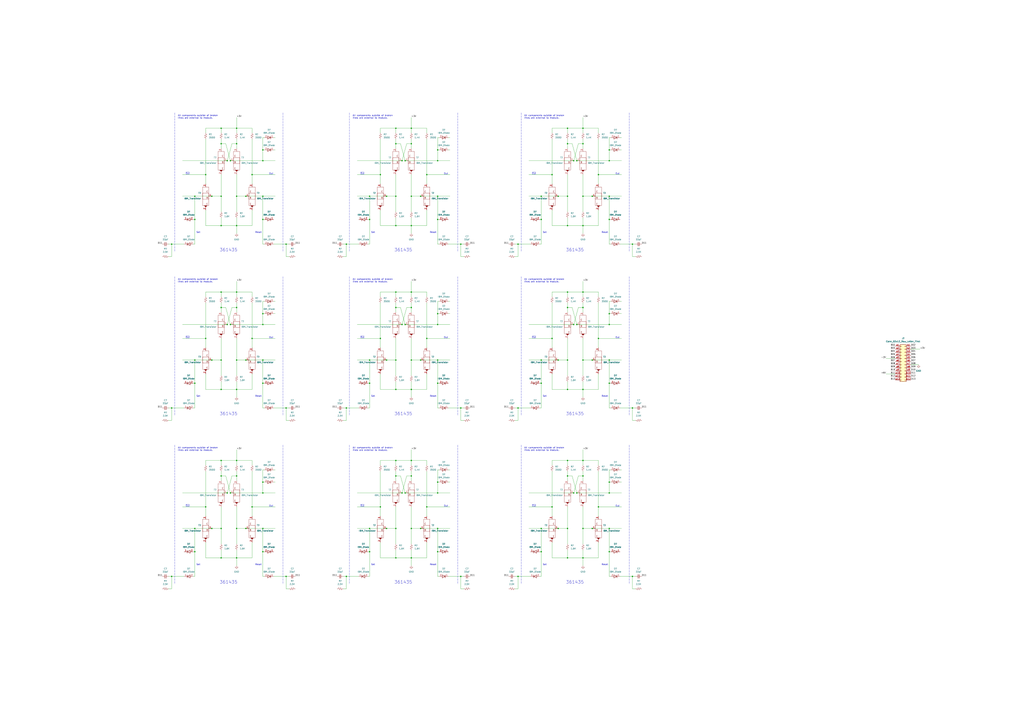
<source format=kicad_sch>
(kicad_sch (version 20211123) (generator eeschema)
  (paper "A1")
  (junction (at 186.69 405.13))
  (junction (at 215.9 123.19))
  (junction (at 500.38 123.19))
  (junction (at 473.71 132.08))
  (junction (at 444.5 434.34))
  (junction (at 337.82 252.73))
  (junction (at 453.39 143.51))
  (junction (at 337.82 185.42))
  (junction (at 359.41 180.34))
  (junction (at 491.49 278.1232))
  (junction (at 359.41 161.29))
  (junction (at 337.82 295.91))
  (junction (at 181.61 320.04))
  (junction (at 458.47 434.34))
  (junction (at 215.9 257.81))
  (junction (at 466.09 391.16))
  (junction (at 201.93 161.29))
  (junction (at 168.91 416.56))
  (junction (at 215.9 434.34))
  (junction (at 337.82 320.04))
  (junction (at 189.23 132.08))
  (junction (at 325.12 161.29))
  (junction (at 466.09 118.11))
  (junction (at 466.09 434.34))
  (junction (at 350.52 278.1232))
  (junction (at 215.9 161.29))
  (junction (at 160.02 295.91))
  (junction (at 325.12 105.41))
  (junction (at 284.48 200.66))
  (junction (at 359.41 266.7))
  (junction (at 478.79 240.03))
  (junction (at 491.49 416.5532))
  (junction (at 181.61 458.47))
  (junction (at 478.79 320.04))
  (junction (at 378.46 473.71))
  (junction (at 458.47 295.91))
  (junction (at 325.12 391.16))
  (junction (at 303.53 161.29))
  (junction (at 466.09 161.29))
  (junction (at 500.38 314.96))
  (junction (at 332.74 132.08))
  (junction (at 215.9 405.13))
  (junction (at 486.41 295.91))
  (junction (at 325.12 252.73))
  (junction (at 359.41 396.24))
  (junction (at 325.12 320.04))
  (junction (at 317.5 161.29))
  (junction (at 444.5 295.91))
  (junction (at 350.52 416.5532))
  (junction (at 189.23 266.7))
  (junction (at 478.79 434.34))
  (junction (at 478.79 378.46))
  (junction (at 325.12 185.42))
  (junction (at 478.79 118.11))
  (junction (at 500.38 453.39))
  (junction (at 189.23 405.13))
  (junction (at 345.44 161.29))
  (junction (at 337.82 105.41))
  (junction (at 303.53 180.34))
  (junction (at 500.38 295.91))
  (junction (at 337.82 240.03))
  (junction (at 284.48 335.28))
  (junction (at 194.31 378.46))
  (junction (at 168.91 143.51))
  (junction (at 359.41 405.13))
  (junction (at 444.5 453.39))
  (junction (at 466.09 240.03))
  (junction (at 194.31 320.04))
  (junction (at 500.38 405.13))
  (junction (at 181.61 105.41))
  (junction (at 337.82 378.46))
  (junction (at 473.71 266.7))
  (junction (at 160.02 453.39))
  (junction (at 330.2 266.7))
  (junction (at 466.09 458.47))
  (junction (at 330.2 132.08))
  (junction (at 466.09 378.46))
  (junction (at 194.31 295.91))
  (junction (at 478.79 252.73))
  (junction (at 207.01 143.5032))
  (junction (at 500.38 161.29))
  (junction (at 478.79 185.42))
  (junction (at 458.47 161.29))
  (junction (at 325.12 118.11))
  (junction (at 325.12 434.34))
  (junction (at 359.41 257.81))
  (junction (at 181.61 185.42))
  (junction (at 181.61 240.03))
  (junction (at 325.12 240.03))
  (junction (at 359.41 123.19))
  (junction (at 201.93 295.91))
  (junction (at 471.17 266.7))
  (junction (at 215.9 266.7))
  (junction (at 194.31 105.41))
  (junction (at 194.31 161.29))
  (junction (at 181.61 378.46))
  (junction (at 359.41 314.96))
  (junction (at 337.82 118.11))
  (junction (at 215.9 132.08))
  (junction (at 466.09 320.04))
  (junction (at 317.5 434.34))
  (junction (at 234.95 335.28))
  (junction (at 215.9 314.96))
  (junction (at 519.43 335.28))
  (junction (at 330.2 405.13))
  (junction (at 345.44 295.91))
  (junction (at 519.43 473.71))
  (junction (at 312.42 278.13))
  (junction (at 478.79 295.91))
  (junction (at 181.61 391.16))
  (junction (at 425.45 200.66))
  (junction (at 160.02 180.34))
  (junction (at 325.12 295.91))
  (junction (at 181.61 434.34))
  (junction (at 194.31 185.42))
  (junction (at 471.17 405.13))
  (junction (at 500.38 434.34))
  (junction (at 140.97 473.71))
  (junction (at 325.12 378.46))
  (junction (at 194.31 434.34))
  (junction (at 444.5 161.29))
  (junction (at 215.9 396.24))
  (junction (at 317.5 295.91))
  (junction (at 500.38 396.24))
  (junction (at 444.5 314.96))
  (junction (at 359.41 453.39))
  (junction (at 194.31 391.16))
  (junction (at 466.09 185.42))
  (junction (at 500.38 257.81))
  (junction (at 466.09 105.41))
  (junction (at 303.53 453.39))
  (junction (at 337.82 391.16))
  (junction (at 500.38 180.34))
  (junction (at 194.31 458.47))
  (junction (at 337.82 458.47))
  (junction (at 215.9 180.34))
  (junction (at 332.74 405.13))
  (junction (at 160.02 161.29))
  (junction (at 284.48 473.71))
  (junction (at 181.61 161.29))
  (junction (at 378.46 200.66))
  (junction (at 378.46 335.28))
  (junction (at 453.39 278.13))
  (junction (at 471.17 132.08))
  (junction (at 466.09 295.91))
  (junction (at 215.9 295.91))
  (junction (at 173.99 161.29))
  (junction (at 359.41 434.34))
  (junction (at 140.97 200.66))
  (junction (at 312.42 416.56))
  (junction (at 140.97 335.28))
  (junction (at 486.41 434.34))
  (junction (at 186.69 132.08))
  (junction (at 207.01 416.5532))
  (junction (at 186.69 266.7))
  (junction (at 345.44 434.34))
  (junction (at 425.45 473.71))
  (junction (at 312.42 143.51))
  (junction (at 194.31 118.11))
  (junction (at 168.91 278.13))
  (junction (at 491.49 143.5032))
  (junction (at 160.02 434.34))
  (junction (at 478.79 391.16))
  (junction (at 194.31 240.03))
  (junction (at 160.02 314.96))
  (junction (at 478.79 161.29))
  (junction (at 337.82 434.34))
  (junction (at 519.43 200.66))
  (junction (at 201.93 434.34))
  (junction (at 181.61 118.11))
  (junction (at 303.53 314.96))
  (junction (at 453.39 416.56))
  (junction (at 466.09 252.73))
  (junction (at 478.79 105.41))
  (junction (at 359.41 295.91))
  (junction (at 478.79 458.47))
  (junction (at 500.38 266.7))
  (junction (at 425.45 335.28))
  (junction (at 215.9 453.39))
  (junction (at 234.95 473.71))
  (junction (at 337.82 161.29))
  (junction (at 173.99 434.34))
  (junction (at 332.74 266.7))
  (junction (at 194.31 252.73))
  (junction (at 486.41 161.29))
  (junction (at 473.71 405.13))
  (junction (at 234.95 200.66))
  (junction (at 444.5 180.34))
  (junction (at 359.41 132.08))
  (junction (at 500.38 132.08))
  (junction (at 303.53 295.91))
  (junction (at 173.99 295.91))
  (junction (at 303.53 434.34))
  (junction (at 350.52 143.5032))
  (junction (at 181.61 295.91))
  (junction (at 181.61 252.73))
  (junction (at 325.12 458.47))
  (junction (at 207.01 278.1232))
  (wire (pts (xy 491.49 278.1232) (xy 491.49 285.75)))
  (wire (pts (xy 453.39 458.47) (xy 453.39 445.77)))
  (wire (pts (xy 138.43 345.44) (xy 140.97 345.44)))
  (wire (pts (xy 194.31 252.73) (xy 194.31 256.54)))
  (wire (pts (xy 453.39 320.04) (xy 453.39 307.34)))
  (wire (pts (xy 500.38 123.19) (xy 500.38 132.08)))
  (polyline (pts (xy 427.99 92.71) (xy 427.99 207.01)))
  (wire (pts (xy 469.9 391.16) (xy 473.71 405.13)))
  (wire (pts (xy 509.27 386.08) (xy 510.54 386.08)))
  (wire (pts (xy 303.53 295.91) (xy 317.5 295.91)))
  (wire (pts (xy 458.47 295.91) (xy 466.09 295.91)))
  (wire (pts (xy 181.61 118.11) (xy 181.61 121.92)))
  (wire (pts (xy 190.5 252.73) (xy 186.69 266.7)))
  (wire (pts (xy 181.61 161.29) (xy 181.61 143.51)))
  (wire (pts (xy 444.5 314.96) (xy 444.5 335.28)))
  (wire (pts (xy 160.02 314.96) (xy 158.75 314.96)))
  (wire (pts (xy 466.09 295.91) (xy 466.09 278.13)))
  (wire (pts (xy 359.41 335.28) (xy 360.68 335.28)))
  (wire (pts (xy 325.12 240.03) (xy 337.82 240.03)))
  (wire (pts (xy 224.79 200.66) (xy 234.95 200.66)))
  (wire (pts (xy 173.99 434.34) (xy 181.61 434.34)))
  (wire (pts (xy 453.39 378.46) (xy 453.39 382.27)))
  (wire (pts (xy 185.42 391.16) (xy 189.23 405.13)))
  (wire (pts (xy 466.09 240.03) (xy 478.79 240.03)))
  (wire (pts (xy 207.01 378.46) (xy 207.01 382.27)))
  (wire (pts (xy 325.12 434.34) (xy 325.12 416.56)))
  (wire (pts (xy 173.99 161.29) (xy 181.61 161.29)))
  (wire (pts (xy 478.79 416.56) (xy 478.79 434.34)))
  (wire (pts (xy 317.5 295.91) (xy 325.12 295.91)))
  (wire (pts (xy 491.49 387.35) (xy 491.49 416.5532)))
  (wire (pts (xy 359.41 247.65) (xy 360.68 247.65)))
  (wire (pts (xy 284.48 200.66) (xy 294.64 200.66)))
  (wire (pts (xy 500.38 200.66) (xy 501.65 200.66)))
  (wire (pts (xy 337.82 105.41) (xy 350.52 105.41)))
  (wire (pts (xy 312.42 378.46) (xy 312.42 382.27)))
  (wire (pts (xy 181.61 391.16) (xy 181.61 394.97)))
  (wire (pts (xy 466.09 248.92) (xy 466.09 252.73)))
  (wire (pts (xy 466.09 387.35) (xy 466.09 391.16)))
  (wire (pts (xy 478.79 387.35) (xy 478.79 391.16)))
  (wire (pts (xy 215.9 257.81) (xy 215.9 266.7)))
  (wire (pts (xy 325.12 179.07) (xy 325.12 185.42)))
  (wire (pts (xy 466.09 320.04) (xy 453.39 320.04)))
  (wire (pts (xy 478.79 434.34) (xy 486.41 434.34)))
  (wire (pts (xy 478.79 452.12) (xy 478.79 458.47)))
  (wire (pts (xy 500.38 247.65) (xy 500.38 257.81)))
  (wire (pts (xy 328.93 118.11) (xy 332.74 132.08)))
  (wire (pts (xy 194.31 369.57) (xy 194.31 378.46)))
  (wire (pts (xy 434.34 161.29) (xy 444.5 161.29)))
  (wire (pts (xy 478.79 240.03) (xy 478.79 243.84)))
  (wire (pts (xy 185.42 118.11) (xy 189.23 132.08)))
  (wire (pts (xy 207.01 307.34) (xy 207.01 320.04)))
  (wire (pts (xy 748.03 299.72) (xy 754.38 299.72)))
  (wire (pts (xy 194.31 391.16) (xy 190.5 391.16)))
  (wire (pts (xy 215.9 180.34) (xy 215.9 200.66)))
  (wire (pts (xy 140.97 200.66) (xy 151.13 200.66)))
  (wire (pts (xy 303.53 335.28) (xy 302.26 335.28)))
  (wire (pts (xy 337.82 114.3) (xy 337.82 118.11)))
  (wire (pts (xy 160.02 314.96) (xy 160.02 335.28)))
  (wire (pts (xy 478.79 458.47) (xy 478.79 464.82)))
  (wire (pts (xy 378.46 473.71) (xy 381 473.71)))
  (wire (pts (xy 207.01 458.47) (xy 194.31 458.47)))
  (wire (pts (xy 368.3 123.19) (xy 369.57 123.19)))
  (wire (pts (xy 303.53 180.34) (xy 302.26 180.34)))
  (wire (pts (xy 478.79 118.11) (xy 474.98 118.11)))
  (polyline (pts (xy 143.51 92.71) (xy 143.51 207.01)))
  (wire (pts (xy 466.09 114.3) (xy 466.09 118.11)))
  (wire (pts (xy 500.38 473.71) (xy 501.65 473.71)))
  (wire (pts (xy 149.86 132.08) (xy 186.69 132.08)))
  (wire (pts (xy 215.9 405.13) (xy 226.06 405.13)))
  (wire (pts (xy 509.27 123.19) (xy 510.54 123.19)))
  (wire (pts (xy 207.01 320.04) (xy 194.31 320.04)))
  (wire (pts (xy 284.48 345.44) (xy 284.48 335.28)))
  (wire (pts (xy 425.45 345.44) (xy 425.45 335.28)))
  (wire (pts (xy 284.48 483.87) (xy 284.48 473.71)))
  (wire (pts (xy 224.79 473.71) (xy 234.95 473.71)))
  (wire (pts (xy 519.43 210.82) (xy 519.43 200.66)))
  (wire (pts (xy 478.79 320.04) (xy 478.79 326.39)))
  (wire (pts (xy 444.5 161.29) (xy 444.5 180.34)))
  (wire (pts (xy 359.41 453.39) (xy 360.68 453.39)))
  (wire (pts (xy 444.5 453.39) (xy 443.23 453.39)))
  (wire (pts (xy 359.41 314.96) (xy 360.68 314.96)))
  (wire (pts (xy 194.31 320.04) (xy 181.61 320.04)))
  (wire (pts (xy 168.91 240.03) (xy 181.61 240.03)))
  (wire (pts (xy 312.42 378.46) (xy 325.12 378.46)))
  (wire (pts (xy 312.42 185.42) (xy 312.42 172.72)))
  (wire (pts (xy 181.61 240.03) (xy 194.31 240.03)))
  (wire (pts (xy 303.53 200.66) (xy 302.26 200.66)))
  (wire (pts (xy 350.52 248.92) (xy 350.52 278.1232)))
  (wire (pts (xy 337.82 458.47) (xy 325.12 458.47)))
  (wire (pts (xy 509.27 396.24) (xy 510.54 396.24)))
  (wire (pts (xy 474.98 391.16) (xy 471.17 405.13)))
  (wire (pts (xy 359.41 161.29) (xy 359.41 180.34)))
  (wire (pts (xy 486.41 161.29) (xy 500.38 161.29)))
  (wire (pts (xy 478.79 252.73) (xy 474.98 252.73)))
  (wire (pts (xy 486.41 295.91) (xy 500.38 295.91)))
  (wire (pts (xy 194.31 387.35) (xy 194.31 391.16)))
  (wire (pts (xy 337.82 278.13) (xy 337.82 295.91)))
  (wire (pts (xy 194.31 161.29) (xy 194.31 173.99)))
  (wire (pts (xy 168.91 248.92) (xy 168.91 278.13)))
  (wire (pts (xy 312.42 416.56) (xy 312.42 424.18)))
  (wire (pts (xy 509.27 200.66) (xy 519.43 200.66)))
  (wire (pts (xy 500.38 386.08) (xy 501.65 386.08)))
  (wire (pts (xy 181.61 161.29) (xy 181.61 173.99)))
  (wire (pts (xy 337.82 434.34) (xy 345.44 434.34)))
  (wire (pts (xy 181.61 105.41) (xy 181.61 109.22)))
  (wire (pts (xy 478.79 96.52) (xy 478.79 105.41)))
  (wire (pts (xy 359.41 161.29) (xy 369.57 161.29)))
  (wire (pts (xy 325.12 452.12) (xy 325.12 458.47)))
  (wire (pts (xy 215.9 434.34) (xy 215.9 453.39)))
  (wire (pts (xy 337.82 118.11) (xy 337.82 121.92)))
  (wire (pts (xy 359.41 473.71) (xy 360.68 473.71)))
  (wire (pts (xy 466.09 118.11) (xy 466.09 121.92)))
  (wire (pts (xy 189.23 266.7) (xy 215.9 266.7)))
  (wire (pts (xy 215.9 295.91) (xy 226.06 295.91)))
  (wire (pts (xy 325.12 378.46) (xy 337.82 378.46)))
  (wire (pts (xy 140.97 483.87) (xy 140.97 473.71)))
  (wire (pts (xy 325.12 161.29) (xy 325.12 173.99)))
  (wire (pts (xy 466.09 295.91) (xy 466.09 308.61)))
  (wire (pts (xy 337.82 96.52) (xy 337.82 105.41)))
  (wire (pts (xy 332.74 266.7) (xy 359.41 266.7)))
  (wire (pts (xy 207.01 143.5032) (xy 226.06 143.5032)))
  (wire (pts (xy 500.38 453.39) (xy 501.65 453.39)))
  (polyline (pts (xy 287.02 365.76) (xy 287.02 480.06)))
  (wire (pts (xy 181.61 320.04) (xy 168.91 320.04)))
  (wire (pts (xy 325.12 118.11) (xy 325.12 121.92)))
  (wire (pts (xy 425.45 483.87) (xy 425.45 473.71)))
  (wire (pts (xy 160.02 161.29) (xy 173.99 161.29)))
  (wire (pts (xy 466.09 179.07) (xy 466.09 185.42)))
  (wire (pts (xy 303.53 473.71) (xy 302.26 473.71)))
  (wire (pts (xy 303.53 453.39) (xy 303.53 473.71)))
  (polyline (pts (xy 232.41 227.33) (xy 232.41 341.63)))
  (wire (pts (xy 334.01 391.16) (xy 330.2 405.13)))
  (wire (pts (xy 491.49 240.03) (xy 491.49 243.84)))
  (wire (pts (xy 224.79 386.08) (xy 226.06 386.08)))
  (wire (pts (xy 215.9 453.39) (xy 217.17 453.39)))
  (wire (pts (xy 453.39 143.51) (xy 453.39 151.13)))
  (wire (pts (xy 453.39 387.35) (xy 453.39 416.56)))
  (wire (pts (xy 337.82 295.91) (xy 345.44 295.91)))
  (wire (pts (xy 466.09 434.34) (xy 466.09 416.56)))
  (wire (pts (xy 500.38 266.7) (xy 510.54 266.7)))
  (wire (pts (xy 293.37 434.34) (xy 303.53 434.34)))
  (wire (pts (xy 234.95 345.44) (xy 234.95 335.28)))
  (wire (pts (xy 194.31 320.04) (xy 194.31 326.39)))
  (wire (pts (xy 325.12 391.16) (xy 328.93 391.16)))
  (wire (pts (xy 168.91 458.47) (xy 168.91 445.77)))
  (wire (pts (xy 458.47 161.29) (xy 466.09 161.29)))
  (wire (pts (xy 293.37 132.08) (xy 330.2 132.08)))
  (wire (pts (xy 444.5 295.91) (xy 444.5 314.96)))
  (wire (pts (xy 337.82 378.46) (xy 350.52 378.46)))
  (wire (pts (xy 189.23 132.08) (xy 215.9 132.08)))
  (wire (pts (xy 207.01 278.1232) (xy 207.01 285.75)))
  (wire (pts (xy 425.45 335.28) (xy 422.91 335.28)))
  (wire (pts (xy 160.02 295.91) (xy 173.99 295.91)))
  (wire (pts (xy 453.39 240.03) (xy 453.39 243.84)))
  (wire (pts (xy 194.31 118.11) (xy 194.31 121.92)))
  (wire (pts (xy 434.34 405.13) (xy 471.17 405.13)))
  (wire (pts (xy 519.43 335.28) (xy 521.97 335.28)))
  (wire (pts (xy 168.91 378.46) (xy 168.91 382.27)))
  (wire (pts (xy 140.97 210.82) (xy 140.97 200.66)))
  (wire (pts (xy 303.53 434.34) (xy 303.53 453.39)))
  (wire (pts (xy 500.38 434.34) (xy 500.38 453.39)))
  (wire (pts (xy 194.31 114.3) (xy 194.31 118.11)))
  (wire (pts (xy 215.9 113.03) (xy 215.9 123.19)))
  (wire (pts (xy 474.98 118.11) (xy 471.17 132.08)))
  (wire (pts (xy 194.31 231.14) (xy 194.31 240.03)))
  (wire (pts (xy 478.79 118.11) (xy 478.79 121.92)))
  (polyline (pts (xy 287.02 92.71) (xy 287.02 207.01)))
  (wire (pts (xy 359.41 396.24) (xy 359.41 405.13)))
  (wire (pts (xy 181.61 313.69) (xy 181.61 320.04)))
  (wire (pts (xy 234.95 483.87) (xy 234.95 473.71)))
  (wire (pts (xy 140.97 335.28) (xy 151.13 335.28)))
  (wire (pts (xy 293.37 278.13) (xy 312.42 278.13)))
  (wire (pts (xy 312.42 387.35) (xy 312.42 416.56)))
  (wire (pts (xy 337.82 391.16) (xy 334.01 391.16)))
  (polyline (pts (xy 143.51 227.33) (xy 143.51 341.63)))
  (wire (pts (xy 168.91 416.56) (xy 168.91 424.18)))
  (wire (pts (xy 453.39 114.3) (xy 453.39 143.51)))
  (wire (pts (xy 284.48 210.82) (xy 284.48 200.66)))
  (wire (pts (xy 359.41 132.08) (xy 369.57 132.08)))
  (wire (pts (xy 189.23 405.13) (xy 215.9 405.13)))
  (wire (pts (xy 332.74 405.13) (xy 359.41 405.13)))
  (wire (pts (xy 181.61 114.3) (xy 181.61 118.11)))
  (wire (pts (xy 168.91 320.04) (xy 168.91 307.34)))
  (wire (pts (xy 491.49 445.77) (xy 491.49 458.47)))
  (wire (pts (xy 500.38 386.08) (xy 500.38 396.24)))
  (wire (pts (xy 444.5 434.34) (xy 444.5 453.39)))
  (wire (pts (xy 425.45 200.66) (xy 435.61 200.66)))
  (wire (pts (xy 337.82 185.42) (xy 325.12 185.42)))
  (wire (pts (xy 359.41 257.81) (xy 359.41 266.7)))
  (wire (pts (xy 224.79 113.03) (xy 226.06 113.03)))
  (wire (pts (xy 138.43 210.82) (xy 140.97 210.82)))
  (wire (pts (xy 140.97 345.44) (xy 140.97 335.28)))
  (wire (pts (xy 345.44 434.34) (xy 359.41 434.34)))
  (wire (pts (xy 473.71 405.13) (xy 500.38 405.13)))
  (polyline (pts (xy 427.99 365.76) (xy 427.99 480.06)))
  (wire (pts (xy 425.45 473.71) (xy 422.91 473.71)))
  (wire (pts (xy 149.86 161.29) (xy 160.02 161.29)))
  (wire (pts (xy 160.02 161.29) (xy 160.02 180.34)))
  (wire (pts (xy 149.86 416.56) (xy 168.91 416.56)))
  (wire (pts (xy 491.49 143.5032) (xy 491.49 151.13)))
  (wire (pts (xy 325.12 458.47) (xy 312.42 458.47)))
  (wire (pts (xy 337.82 118.11) (xy 334.01 118.11)))
  (polyline (pts (xy 516.89 365.76) (xy 516.89 480.06)))
  (wire (pts (xy 140.97 200.66) (xy 138.43 200.66)))
  (wire (pts (xy 345.44 161.29) (xy 359.41 161.29)))
  (wire (pts (xy 350.52 105.41) (xy 350.52 109.22)))
  (wire (pts (xy 491.49 105.41) (xy 491.49 109.22)))
  (wire (pts (xy 194.31 391.16) (xy 194.31 394.97)))
  (wire (pts (xy 207.01 114.3) (xy 207.01 143.5032)))
  (wire (pts (xy 368.3 113.03) (xy 369.57 113.03)))
  (wire (pts (xy 444.5 180.34) (xy 443.23 180.34)))
  (wire (pts (xy 500.38 396.24) (xy 500.38 405.13)))
  (wire (pts (xy 491.49 320.04) (xy 478.79 320.04)))
  (wire (pts (xy 478.79 369.57) (xy 478.79 378.46)))
  (wire (pts (xy 325.12 295.91) (xy 325.12 278.13)))
  (wire (pts (xy 293.37 161.29) (xy 303.53 161.29)))
  (wire (pts (xy 474.98 252.73) (xy 471.17 266.7)))
  (wire (pts (xy 215.9 434.34) (xy 226.06 434.34)))
  (wire (pts (xy 160.02 473.71) (xy 158.75 473.71)))
  (wire (pts (xy 224.79 257.81) (xy 226.06 257.81)))
  (wire (pts (xy 181.61 295.91) (xy 181.61 278.13)))
  (wire (pts (xy 500.38 295.91) (xy 500.38 314.96)))
  (wire (pts (xy 194.31 143.51) (xy 194.31 161.29)))
  (polyline (pts (xy 427.99 227.33) (xy 427.99 341.63)))
  (wire (pts (xy 491.49 278.1232) (xy 510.54 278.1232)))
  (wire (pts (xy 181.61 118.11) (xy 185.42 118.11)))
  (wire (pts (xy 478.79 295.91) (xy 478.79 308.61)))
  (wire (pts (xy 500.38 123.19) (xy 501.65 123.19)))
  (wire (pts (xy 478.79 231.14) (xy 478.79 240.03)))
  (wire (pts (xy 453.39 416.56) (xy 453.39 424.18)))
  (wire (pts (xy 160.02 180.34) (xy 158.75 180.34)))
  (wire (pts (xy 224.79 335.28) (xy 234.95 335.28)))
  (wire (pts (xy 359.41 180.34) (xy 360.68 180.34)))
  (wire (pts (xy 149.86 143.51) (xy 168.91 143.51)))
  (wire (pts (xy 215.9 247.65) (xy 215.9 257.81)))
  (wire (pts (xy 359.41 247.65) (xy 359.41 257.81)))
  (wire (pts (xy 359.41 200.66) (xy 360.68 200.66)))
  (wire (pts (xy 194.31 378.46) (xy 207.01 378.46)))
  (wire (pts (xy 140.97 473.71) (xy 151.13 473.71)))
  (wire (pts (xy 194.31 416.56) (xy 194.31 434.34)))
  (wire (pts (xy 466.09 391.16) (xy 466.09 394.97)))
  (wire (pts (xy 207.01 416.5532) (xy 226.06 416.5532)))
  (wire (pts (xy 168.91 185.42) (xy 168.91 172.72)))
  (wire (pts (xy 478.79 313.69) (xy 478.79 320.04)))
  (wire (pts (xy 201.93 434.34) (xy 215.9 434.34)))
  (wire (pts (xy 500.38 405.13) (xy 510.54 405.13)))
  (wire (pts (xy 215.9 473.71) (xy 217.17 473.71)))
  (wire (pts (xy 194.31 118.11) (xy 190.5 118.11)))
  (wire (pts (xy 350.52 143.5032) (xy 350.52 151.13)))
  (wire (pts (xy 190.5 118.11) (xy 186.69 132.08)))
  (wire (pts (xy 466.09 252.73) (xy 466.09 256.54)))
  (wire (pts (xy 215.9 453.39) (xy 215.9 473.71)))
  (wire (pts (xy 215.9 314.96) (xy 215.9 335.28)))
  (wire (pts (xy 434.34 266.7) (xy 471.17 266.7)))
  (wire (pts (xy 434.34 295.91) (xy 444.5 295.91)))
  (wire (pts (xy 359.41 180.34) (xy 359.41 200.66)))
  (wire (pts (xy 350.52 387.35) (xy 350.52 416.5532)))
  (wire (pts (xy 500.38 180.34) (xy 500.38 200.66)))
  (wire (pts (xy 140.97 335.28) (xy 138.43 335.28)))
  (wire (pts (xy 168.91 378.46) (xy 181.61 378.46)))
  (wire (pts (xy 359.41 314.96) (xy 359.41 335.28)))
  (wire (pts (xy 466.09 185.42) (xy 453.39 185.42)))
  (wire (pts (xy 359.41 434.34) (xy 369.57 434.34)))
  (wire (pts (xy 337.82 434.34) (xy 337.82 447.04)))
  (wire (pts (xy 491.49 143.5032) (xy 510.54 143.5032)))
  (wire (pts (xy 207.01 445.77) (xy 207.01 458.47)))
  (wire (pts (xy 332.74 132.08) (xy 359.41 132.08)))
  (wire (pts (xy 334.01 118.11) (xy 330.2 132.08)))
  (wire (pts (xy 215.9 386.08) (xy 215.9 396.24)))
  (wire (pts (xy 303.53 314.96) (xy 302.26 314.96)))
  (wire (pts (xy 466.09 378.46) (xy 466.09 382.27)))
  (wire (pts (xy 491.49 114.3) (xy 491.49 143.5032)))
  (wire (pts (xy 500.38 180.34) (xy 501.65 180.34)))
  (wire (pts (xy 359.41 123.19) (xy 359.41 132.08)))
  (wire (pts (xy 237.49 210.82) (xy 234.95 210.82)))
  (wire (pts (xy 509.27 113.03) (xy 510.54 113.03)))
  (wire (pts (xy 500.38 257.81) (xy 500.38 266.7)))
  (wire (pts (xy 466.09 118.11) (xy 469.9 118.11)))
  (wire (pts (xy 466.09 458.47) (xy 453.39 458.47)))
  (wire (pts (xy 521.97 345.44) (xy 519.43 345.44)))
  (wire (pts (xy 293.37 416.56) (xy 312.42 416.56)))
  (wire (pts (xy 478.79 185.42) (xy 466.09 185.42)))
  (wire (pts (xy 181.61 452.12) (xy 181.61 458.47)))
  (wire (pts (xy 325.12 320.04) (xy 312.42 320.04)))
  (wire (pts (xy 444.5 200.66) (xy 443.23 200.66)))
  (wire (pts (xy 425.45 210.82) (xy 425.45 200.66)))
  (wire (pts (xy 325.12 378.46) (xy 325.12 382.27)))
  (wire (pts (xy 325.12 387.35) (xy 325.12 391.16)))
  (wire (pts (xy 237.49 345.44) (xy 234.95 345.44)))
  (wire (pts (xy 194.31 105.41) (xy 207.01 105.41)))
  (wire (pts (xy 337.82 378.46) (xy 337.82 382.27)))
  (wire (pts (xy 215.9 386.08) (xy 217.17 386.08)))
  (wire (pts (xy 325.12 313.69) (xy 325.12 320.04)))
  (wire (pts (xy 378.46 200.66) (xy 381 200.66)))
  (wire (pts (xy 350.52 278.1232) (xy 350.52 285.75)))
  (wire (pts (xy 312.42 240.03) (xy 325.12 240.03)))
  (wire (pts (xy 337.82 105.41) (xy 337.82 109.22)))
  (wire (pts (xy 194.31 278.13) (xy 194.31 295.91)))
  (polyline (pts (xy 232.41 365.76) (xy 232.41 480.06)))
  (wire (pts (xy 194.31 295.91) (xy 201.93 295.91)))
  (wire (pts (xy 500.38 295.91) (xy 510.54 295.91)))
  (wire (pts (xy 337.82 313.69) (xy 337.82 320.04)))
  (wire (pts (xy 181.61 378.46) (xy 194.31 378.46)))
  (wire (pts (xy 350.52 416.5532) (xy 369.57 416.5532)))
  (wire (pts (xy 509.27 257.81) (xy 510.54 257.81)))
  (wire (pts (xy 491.49 172.72) (xy 491.49 185.42)))
  (wire (pts (xy 337.82 452.12) (xy 337.82 458.47)))
  (wire (pts (xy 453.39 278.13) (xy 453.39 285.75)))
  (wire (pts (xy 194.31 434.34) (xy 201.93 434.34)))
  (wire (pts (xy 434.34 416.56) (xy 453.39 416.56)))
  (wire (pts (xy 425.45 200.66) (xy 422.91 200.66)))
  (wire (pts (xy 466.09 105.41) (xy 478.79 105.41)))
  (wire (pts (xy 368.3 473.71) (xy 378.46 473.71)))
  (wire (pts (xy 453.39 105.41) (xy 453.39 109.22)))
  (wire (pts (xy 281.94 483.87) (xy 284.48 483.87)))
  (wire (pts (xy 181.61 248.92) (xy 181.61 252.73)))
  (wire (pts (xy 478.79 105.41) (xy 478.79 109.22)))
  (wire (pts (xy 325.12 434.34) (xy 325.12 447.04)))
  (wire (pts (xy 444.5 335.28) (xy 443.23 335.28)))
  (wire (pts (xy 359.41 295.91) (xy 369.57 295.91)))
  (wire (pts (xy 303.53 161.29) (xy 303.53 180.34)))
  (wire (pts (xy 194.31 452.12) (xy 194.31 458.47)))
  (wire (pts (xy 325.12 118.11) (xy 328.93 118.11)))
  (wire (pts (xy 168.91 278.13) (xy 168.91 285.75)))
  (wire (pts (xy 312.42 114.3) (xy 312.42 143.51)))
  (wire (pts (xy 194.31 295.91) (xy 194.31 308.61)))
  (wire (pts (xy 444.5 295.91) (xy 458.47 295.91)))
  (wire (pts (xy 434.34 132.08) (xy 471.17 132.08)))
  (wire (pts (xy 378.46 483.87) (xy 378.46 473.71)))
  (polyline (pts (xy 287.02 227.33) (xy 287.02 341.63)))
  (wire (pts (xy 325.12 105.41) (xy 337.82 105.41)))
  (wire (pts (xy 284.48 200.66) (xy 281.94 200.66)))
  (wire (pts (xy 434.34 143.51) (xy 453.39 143.51)))
  (wire (pts (xy 368.3 396.24) (xy 369.57 396.24)))
  (wire (pts (xy 201.93 295.91) (xy 215.9 295.91)))
  (wire (pts (xy 325.12 114.3) (xy 325.12 118.11)))
  (wire (pts (xy 337.82 295.91) (xy 337.82 308.61)))
  (wire (pts (xy 185.42 252.73) (xy 189.23 266.7)))
  (wire (pts (xy 521.97 483.87) (xy 519.43 483.87)))
  (wire (pts (xy 469.9 118.11) (xy 473.71 132.08)))
  (wire (pts (xy 478.79 161.29) (xy 478.79 173.99)))
  (wire (pts (xy 207.01 416.5532) (xy 207.01 424.18)))
  (wire (pts (xy 181.61 185.42) (xy 168.91 185.42)))
  (wire (pts (xy 466.09 452.12) (xy 466.09 458.47)))
  (wire (pts (xy 444.5 161.29) (xy 458.47 161.29)))
  (wire (pts (xy 194.31 248.92) (xy 194.31 252.73)))
  (wire (pts (xy 350.52 458.47) (xy 337.82 458.47)))
  (wire (pts (xy 181.61 105.41) (xy 194.31 105.41)))
  (wire (pts (xy 234.95 210.82) (xy 234.95 200.66)))
  (wire (pts (xy 425.45 335.28) (xy 435.61 335.28)))
  (wire (pts (xy 350.52 307.34) (xy 350.52 320.04)))
  (wire (pts (xy 500.38 113.03) (xy 501.65 113.03)))
  (wire (pts (xy 138.43 483.87) (xy 140.97 483.87)))
  (wire (pts (xy 281.94 345.44) (xy 284.48 345.44)))
  (wire (pts (xy 486.41 434.34) (xy 500.38 434.34)))
  (wire (pts (xy 478.79 252.73) (xy 478.79 256.54)))
  (wire (pts (xy 350.52 172.72) (xy 350.52 185.42)))
  (wire (pts (xy 350.52 240.03) (xy 350.52 243.84)))
  (wire (pts (xy 478.79 434.34) (xy 478.79 447.04)))
  (wire (pts (xy 478.79 391.16) (xy 474.98 391.16)))
  (wire (pts (xy 190.5 391.16) (xy 186.69 405.13)))
  (polyline (pts (xy 516.89 227.33) (xy 516.89 341.63)))
  (wire (pts (xy 350.52 416.5532) (xy 350.52 424.18)))
  (wire (pts (xy 491.49 458.47) (xy 478.79 458.47)))
  (wire (pts (xy 194.31 434.34) (xy 194.31 447.04)))
  (wire (pts (xy 337.82 161.29) (xy 337.82 173.99)))
  (wire (pts (xy 194.31 240.03) (xy 207.01 240.03)))
  (wire (pts (xy 478.79 391.16) (xy 478.79 394.97)))
  (wire (pts (xy 422.91 483.87) (xy 425.45 483.87)))
  (wire (pts (xy 284.48 335.28) (xy 281.94 335.28)))
  (wire (pts (xy 359.41 113.03) (xy 359.41 123.19)))
  (wire (pts (xy 168.91 240.03) (xy 168.91 243.84)))
  (wire (pts (xy 325.12 252.73) (xy 328.93 252.73)))
  (wire (pts (xy 500.38 314.96) (xy 500.38 335.28)))
  (wire (pts (xy 303.53 453.39) (xy 302.26 453.39)))
  (wire (pts (xy 478.79 179.07) (xy 478.79 185.42)))
  (wire (pts (xy 215.9 113.03) (xy 217.17 113.03)))
  (wire (pts (xy 337.82 143.51) (xy 337.82 161.29)))
  (wire (pts (xy 350.52 278.1232) (xy 369.57 278.1232)))
  (wire (pts (xy 748.03 287.02) (xy 755.65 287.02)))
  (wire (pts (xy 337.82 320.04) (xy 337.82 326.39)))
  (wire (pts (xy 453.39 240.03) (xy 466.09 240.03)))
  (wire (pts (xy 149.86 266.7) (xy 186.69 266.7)))
  (wire (pts (xy 312.42 240.03) (xy 312.42 243.84)))
  (wire (pts (xy 303.53 295.91) (xy 303.53 314.96)))
  (wire (pts (xy 325.12 295.91) (xy 325.12 308.61)))
  (wire (pts (xy 453.39 105.41) (xy 466.09 105.41)))
  (wire (pts (xy 453.39 185.42) (xy 453.39 172.72)))
  (wire (pts (xy 368.3 257.81) (xy 369.57 257.81)))
  (wire (pts (xy 281.94 210.82) (xy 284.48 210.82)))
  (wire (pts (xy 325.12 391.16) (xy 325.12 394.97)))
  (wire (pts (xy 325.12 185.42) (xy 312.42 185.42)))
  (wire (pts (xy 519.43 345.44) (xy 519.43 335.28)))
  (wire (pts (xy 466.09 434.34) (xy 466.09 447.04)))
  (wire (pts (xy 337.82 240.03) (xy 337.82 243.84)))
  (wire (pts (xy 237.49 483.87) (xy 234.95 483.87)))
  (wire (pts (xy 293.37 143.51) (xy 312.42 143.51)))
  (wire (pts (xy 224.79 396.24) (xy 226.06 396.24)))
  (wire (pts (xy 194.31 458.47) (xy 181.61 458.47)))
  (wire (pts (xy 312.42 105.41) (xy 312.42 109.22)))
  (wire (pts (xy 478.79 248.92) (xy 478.79 252.73)))
  (wire (pts (xy 201.93 161.29) (xy 215.9 161.29)))
  (wire (pts (xy 194.31 105.41) (xy 194.31 109.22)))
  (wire (pts (xy 215.9 257.81) (xy 217.17 257.81)))
  (wire (pts (xy 509.27 247.65) (xy 510.54 247.65)))
  (wire (pts (xy 181.61 391.16) (xy 185.42 391.16)))
  (wire (pts (xy 215.9 161.29) (xy 226.06 161.29)))
  (wire (pts (xy 491.49 185.42) (xy 478.79 185.42)))
  (wire (pts (xy 334.01 252.73) (xy 330.2 266.7)))
  (wire (pts (xy 478.79 278.13) (xy 478.79 295.91)))
  (wire (pts (xy 215.9 123.19) (xy 217.17 123.19)))
  (wire (pts (xy 521.97 210.82) (xy 519.43 210.82)))
  (wire (pts (xy 359.41 396.24) (xy 360.68 396.24)))
  (wire (pts (xy 466.09 240.03) (xy 466.09 243.84)))
  (wire (pts (xy 207.01 172.72) (xy 207.01 185.42)))
  (wire (pts (xy 345.44 295.91) (xy 359.41 295.91)))
  (wire (pts (xy 293.37 266.7) (xy 330.2 266.7)))
  (wire (pts (xy 284.48 335.28) (xy 294.64 335.28)))
  (wire (pts (xy 378.46 345.44) (xy 378.46 335.28)))
  (wire (pts (xy 466.09 391.16) (xy 469.9 391.16)))
  (wire (pts (xy 368.3 200.66) (xy 378.46 200.66)))
  (wire (pts (xy 215.9 396.24) (xy 215.9 405.13)))
  (wire (pts (xy 194.31 185.42) (xy 181.61 185.42)))
  (wire (pts (xy 160.02 434.34) (xy 160.02 453.39)))
  (wire (pts (xy 215.9 123.19) (xy 215.9 132.08)))
  (wire (pts (xy 168.91 387.35) (xy 168.91 416.56)))
  (wire (pts (xy 458.47 434.34) (xy 466.09 434.34)))
  (wire (pts (xy 425.45 473.71) (xy 435.61 473.71)))
  (wire (pts (xy 224.79 123.19) (xy 226.06 123.19)))
  (wire (pts (xy 312.42 143.51) (xy 312.42 151.13)))
  (wire (pts (xy 168.91 143.51) (xy 168.91 151.13)))
  (wire (pts (xy 444.5 434.34) (xy 458.47 434.34)))
  (wire (pts (xy 215.9 266.7) (xy 226.06 266.7)))
  (wire (pts (xy 500.38 257.81) (xy 501.65 257.81)))
  (wire (pts (xy 453.39 378.46) (xy 466.09 378.46)))
  (wire (pts (xy 727.71 307.34) (xy 735.33 307.34)))
  (polyline (pts (xy 232.41 92.71) (xy 232.41 207.01)))
  (wire (pts (xy 350.52 445.77) (xy 350.52 458.47)))
  (wire (pts (xy 337.82 240.03) (xy 350.52 240.03)))
  (wire (pts (xy 215.9 396.24) (xy 217.17 396.24)))
  (wire (pts (xy 466.09 252.73) (xy 469.9 252.73)))
  (wire (pts (xy 350.52 378.46) (xy 350.52 382.27)))
  (wire (pts (xy 215.9 180.34) (xy 217.17 180.34)))
  (wire (pts (xy 368.3 386.08) (xy 369.57 386.08)))
  (wire (pts (xy 368.3 335.28) (xy 378.46 335.28)))
  (wire (pts (xy 194.31 179.07) (xy 194.31 185.42)))
  (wire (pts (xy 500.38 247.65) (xy 501.65 247.65)))
  (wire (pts (xy 181.61 252.73) (xy 185.42 252.73)))
  (wire (pts (xy 149.86 434.34) (xy 160.02 434.34)))
  (wire (pts (xy 469.9 252.73) (xy 473.71 266.7)))
  (wire (pts (xy 325.12 161.29) (xy 325.12 143.51)))
  (wire (pts (xy 473.71 132.08) (xy 500.38 132.08)))
  (wire (pts (xy 181.61 252.73) (xy 181.61 256.54)))
  (wire (pts (xy 500.38 434.34) (xy 510.54 434.34)))
  (wire (pts (xy 181.61 295.91) (xy 181.61 308.61)))
  (wire (pts (xy 350.52 114.3) (xy 350.52 143.5032)))
  (wire (pts (xy 359.41 113.03) (xy 360.68 113.03)))
  (wire (pts (xy 194.31 458.47) (xy 194.31 464.82)))
  (wire (pts (xy 181.61 434.34) (xy 181.61 447.04)))
  (wire (pts (xy 491.49 416.5532) (xy 510.54 416.5532)))
  (wire (pts (xy 207.01 278.1232) (xy 226.06 278.1232)))
  (wire (pts (xy 194.31 378.46) (xy 194.31 382.27)))
  (wire (pts (xy 325.12 252.73) (xy 325.12 256.54)))
  (wire (pts (xy 160.02 453.39) (xy 158.75 453.39)))
  (wire (pts (xy 519.43 200.66) (xy 521.97 200.66)))
  (wire (pts (xy 215.9 314.96) (xy 217.17 314.96)))
  (wire (pts (xy 478.79 458.47) (xy 466.09 458.47)))
  (wire (pts (xy 234.95 335.28) (xy 237.49 335.28)))
  (wire (pts (xy 149.86 405.13) (xy 186.69 405.13)))
  (wire (pts (xy 500.38 161.29) (xy 500.38 180.34)))
  (wire (pts (xy 444.5 180.34) (xy 444.5 200.66)))
  (wire (pts (xy 284.48 473.71) (xy 294.64 473.71)))
  (wire (pts (xy 215.9 335.28) (xy 217.17 335.28)))
  (wire (pts (xy 168.91 105.41) (xy 181.61 105.41)))
  (wire (pts (xy 173.99 295.91) (xy 181.61 295.91)))
  (wire (pts (xy 194.31 240.03) (xy 194.31 243.84)))
  (wire (pts (xy 378.46 210.82) (xy 378.46 200.66)))
  (wire (pts (xy 368.3 247.65) (xy 369.57 247.65)))
  (wire (pts (xy 337.82 458.47) (xy 337.82 464.82)))
  (wire (pts (xy 444.5 314.96) (xy 443.23 314.96)))
  (polyline (pts (xy 375.92 227.33) (xy 375.92 341.63)))
  (wire (pts (xy 500.38 314.96) (xy 501.65 314.96)))
  (wire (pts (xy 491.49 416.5532) (xy 491.49 424.18)))
  (wire (pts (xy 359.41 386.08) (xy 360.68 386.08)))
  (wire (pts (xy 303.53 434.34) (xy 317.5 434.34)))
  (wire (pts (xy 500.38 132.08) (xy 510.54 132.08)))
  (wire (pts (xy 337.82 248.92) (xy 337.82 252.73)))
  (wire (pts (xy 160.02 434.34) (xy 173.99 434.34)))
  (wire (pts (xy 491.49 248.92) (xy 491.49 278.1232)))
  (wire (pts (xy 325.12 105.41) (xy 325.12 109.22)))
  (wire (pts (xy 215.9 247.65) (xy 217.17 247.65)))
  (wire (pts (xy 350.52 143.5032) (xy 369.57 143.5032)))
  (wire (pts (xy 194.31 96.52) (xy 194.31 105.41)))
  (wire (pts (xy 337.82 252.73) (xy 334.01 252.73)))
  (polyline (pts (xy 516.89 92.71) (xy 516.89 207.01)))
  (wire (pts (xy 337.82 252.73) (xy 337.82 256.54)))
  (wire (pts (xy 337.82 179.07) (xy 337.82 185.42)))
  (wire (pts (xy 337.82 391.16) (xy 337.82 394.97)))
  (wire (pts (xy 325.12 240.03) (xy 325.12 243.84)))
  (polyline (pts (xy 375.92 92.71) (xy 375.92 207.01)))
  (wire (pts (xy 194.31 252.73) (xy 190.5 252.73)))
  (wire (pts (xy 478.79 161.29) (xy 486.41 161.29)))
  (wire (pts (xy 337.82 416.56) (xy 337.82 434.34)))
  (wire (pts (xy 359.41 434.34) (xy 359.41 453.39)))
  (wire (pts (xy 359.41 405.13) (xy 369.57 405.13)))
  (wire (pts (xy 312.42 278.13) (xy 312.42 285.75)))
  (wire (pts (xy 337.82 231.14) (xy 337.82 240.03)))
  (wire (pts (xy 181.61 378.46) (xy 181.61 382.27)))
  (wire (pts (xy 317.5 161.29) (xy 325.12 161.29)))
  (wire (pts (xy 466.09 105.41) (xy 466.09 109.22)))
  (wire (pts (xy 478.79 114.3) (xy 478.79 118.11)))
  (wire (pts (xy 381 483.87) (xy 378.46 483.87)))
  (wire (pts (xy 473.71 266.7) (xy 500.38 266.7)))
  (wire (pts (xy 181.61 458.47) (xy 168.91 458.47)))
  (wire (pts (xy 509.27 335.28) (xy 519.43 335.28)))
  (wire (pts (xy 149.86 295.91) (xy 160.02 295.91)))
  (wire (pts (xy 466.09 161.29) (xy 466.09 173.99)))
  (wire (pts (xy 168.91 105.41) (xy 168.91 109.22)))
  (wire (pts (xy 519.43 473.71) (xy 521.97 473.71)))
  (wire (pts (xy 478.79 378.46) (xy 491.49 378.46)))
  (wire (pts (xy 478.79 240.03) (xy 491.49 240.03)))
  (wire (pts (xy 303.53 161.29) (xy 317.5 161.29)))
  (wire (pts (xy 478.79 105.41) (xy 491.49 105.41)))
  (wire (pts (xy 207.01 185.42) (xy 194.31 185.42)))
  (wire (pts (xy 500.38 113.03) (xy 500.38 123.19)))
  (wire (pts (xy 328.93 391.16) (xy 332.74 405.13)))
  (wire (pts (xy 491.49 307.34) (xy 491.49 320.04)))
  (wire (pts (xy 207.01 143.5032) (xy 207.01 151.13)))
  (wire (pts (xy 303.53 314.96) (xy 303.53 335.28)))
  (wire (pts (xy 491.49 378.46) (xy 491.49 382.27)))
  (wire (pts (xy 168.91 114.3) (xy 168.91 143.51)))
  (wire (pts (xy 194.31 161.29) (xy 201.93 161.29)))
  (wire (pts (xy 519.43 483.87) (xy 519.43 473.71)))
  (wire (pts (xy 207.01 387.35) (xy 207.01 416.5532)))
  (wire (pts (xy 350.52 320.04) (xy 337.82 320.04)))
  (wire (pts (xy 303.53 180.34) (xy 303.53 200.66)))
  (wire (pts (xy 293.37 405.13) (xy 330.2 405.13)))
  (wire (pts (xy 500.38 453.39) (xy 500.38 473.71)))
  (wire (pts (xy 478.79 143.51) (xy 478.79 161.29)))
  (wire (pts (xy 422.91 210.82) (xy 425.45 210.82)))
  (wire (pts (xy 160.02 453.39) (xy 160.02 473.71)))
  (wire (pts (xy 284.48 473.71) (xy 281.94 473.71)))
  (wire (pts (xy 337.82 185.42) (xy 337.82 191.77)))
  (polyline (pts (xy 375.92 365.76) (xy 375.92 480.06)))
  (wire (pts (xy 215.9 200.66) (xy 217.17 200.66)))
  (wire (pts (xy 359.41 266.7) (xy 369.57 266.7)))
  (wire (pts (xy 194.31 313.69) (xy 194.31 320.04)))
  (wire (pts (xy 500.38 335.28) (xy 501.65 335.28)))
  (polyline (pts (xy 143.51 365.76) (xy 143.51 480.06)))
  (wire (pts (xy 478.79 320.04) (xy 466.09 320.04)))
  (wire (pts (xy 312.42 248.92) (xy 312.42 278.13)))
  (wire (pts (xy 224.79 247.65) (xy 226.06 247.65)))
  (wire (pts (xy 207.01 248.92) (xy 207.01 278.1232)))
  (wire (pts (xy 234.95 473.71) (xy 237.49 473.71)))
  (wire (pts (xy 207.01 105.41) (xy 207.01 109.22)))
  (wire (pts (xy 478.79 185.42) (xy 478.79 191.77)))
  (wire (pts (xy 337.82 369.57) (xy 337.82 378.46)))
  (wire (pts (xy 160.02 200.66) (xy 158.75 200.66)))
  (wire (pts (xy 181.61 179.07) (xy 181.61 185.42)))
  (wire (pts (xy 359.41 453.39) (xy 359.41 473.71)))
  (wire (pts (xy 444.5 473.71) (xy 443.23 473.71)))
  (wire (pts (xy 359.41 295.91) (xy 359.41 314.96)))
  (wire (pts (xy 444.5 453.39) (xy 444.5 473.71)))
  (wire (pts (xy 466.09 313.69) (xy 466.09 320.04)))
  (wire (pts (xy 215.9 161.29) (xy 215.9 180.34)))
  (wire (pts (xy 466.09 378.46) (xy 478.79 378.46)))
  (wire (pts (xy 215.9 132.08) (xy 226.06 132.08)))
  (wire (pts (xy 160.02 295.91) (xy 160.02 314.96)))
  (wire (pts (xy 207.01 240.03) (xy 207.01 243.84)))
  (wire (pts (xy 160.02 180.34) (xy 160.02 200.66)))
  (wire (pts (xy 194.31 185.42) (xy 194.31 191.77)))
  (wire (pts (xy 509.27 473.71) (xy 519.43 473.71)))
  (wire (pts (xy 328.93 252.73) (xy 332.74 266.7)))
  (wire (pts (xy 381 345.44) (xy 378.46 345.44)))
  (wire (pts (xy 293.37 295.91) (xy 303.53 295.91)))
  (wire (pts (xy 181.61 240.03) (xy 181.61 243.84)))
  (wire (pts (xy 325.12 248.92) (xy 325.12 252.73)))
  (wire (pts (xy 359.41 257.81) (xy 360.68 257.81)))
  (wire (pts (xy 359.41 123.19) (xy 360.68 123.19)))
  (wire (pts (xy 434.34 434.34) (xy 444.5 434.34)))
  (wire (pts (xy 378.46 335.28) (xy 381 335.28)))
  (wire (pts (xy 727.71 294.64) (xy 735.33 294.64)))
  (wire (pts (xy 337.82 161.29) (xy 345.44 161.29)))
  (wire (pts (xy 478.79 378.46) (xy 478.79 382.27)))
  (wire (pts (xy 500.38 161.29) (xy 510.54 161.29)))
  (wire (pts (xy 422.91 345.44) (xy 425.45 345.44)))
  (wire (pts (xy 215.9 295.91) (xy 215.9 314.96)))
  (wire (pts (xy 500.38 396.24) (xy 501.65 396.24)))
  (wire (pts (xy 359.41 386.08) (xy 359.41 396.24)))
  (wire (pts (xy 149.86 278.13) (xy 168.91 278.13)))
  (wire (pts (xy 434.34 278.13) (xy 453.39 278.13)))
  (wire (pts (xy 478.79 295.91) (xy 486.41 295.91)))
  (wire (pts (xy 234.95 200.66) (xy 237.49 200.66)))
  (wire (pts (xy 337.82 320.04) (xy 325.12 320.04)))
  (wire (pts (xy 140.97 473.71) (xy 138.43 473.71)))
  (wire (pts (xy 312.42 105.41) (xy 325.12 105.41)))
  (wire (pts (xy 160.02 335.28) (xy 158.75 335.28)))
  (wire (pts (xy 381 210.82) (xy 378.46 210.82)))
  (wire (pts (xy 181.61 434.34) (xy 181.61 416.56)))
  (wire (pts (xy 350.52 185.42) (xy 337.82 185.42)))
  (wire (pts (xy 317.5 434.34) (xy 325.12 434.34)))
  (wire (pts (xy 181.61 387.35) (xy 181.61 391.16)))
  (wire (pts (xy 337.82 387.35) (xy 337.82 391.16)))
  (wire (pts (xy 453.39 248.92) (xy 453.39 278.13)))
  (wire (pts (xy 312.42 458.47) (xy 312.42 445.77)))
  (wire (pts (xy 466.09 161.29) (xy 466.09 143.51)))
  (wire (pts (xy 312.42 320.04) (xy 312.42 307.34)))
  (text "Out" (at 364.49 416.56 0) (effects (font (size 1.27 1.27)) (justify left bottom)))
  (text "Set" (at 304.8 464.82 0) (effects (font (size 1.27 1.27)) (justify left bottom)))
  (text "~{Out}" (at 436.88 278.13 0) (effects (font (size 1.27 1.27)) (justify left bottom)))
  (text "All components outside of broken\nlines are external to module." (at 430.53 370.84 0) (effects (font (size 1.27 1.27)) (justify left bottom)))
  (text "~{Out}" (at 295.91 278.13 0) (effects (font (size 1.27 1.27)) (justify left bottom)))
  (text "361435" (at 323.85 207.01 0) (effects (font (size 2.54 2.54)) (justify left bottom)))
  (text "All components outside of broken\nlines are external to module." (at 289.56 370.84 0) (effects (font (size 1.27 1.27)) (justify left bottom)))
  (text "Out" (at 220.98 278.13 0) (effects (font (size 1.27 1.27)) (justify left bottom)))
  (text "Reset" (at 494.03 191.77 0) (effects (font (size 1.27 1.27)) (justify left bottom)))
  (text "~{Out}" (at 295.91 416.56 0) (effects (font (size 1.27 1.27)) (justify left bottom)))
  (text "~{Out}" (at 152.4 416.56 0) (effects (font (size 1.27 1.27)) (justify left bottom)))
  (text "~{Out}" (at 295.91 143.51 0) (effects (font (size 1.27 1.27)) (justify left bottom)))
  (text "All components outside of broken\nlines are external to module." (at 146.05 97.79 0) (effects (font (size 1.27 1.27)) (justify left bottom)))
  (text "Set" (at 445.77 464.82 0) (effects (font (size 1.27 1.27)) (justify left bottom)))
  (text "Out" (at 505.46 278.13 0) (effects (font (size 1.27 1.27)) (justify left bottom)))
  (text "Reset" (at 353.06 191.77 0) (effects (font (size 1.27 1.27)) (justify left bottom)))
  (text "Set" (at 161.29 326.39 0) (effects (font (size 1.27 1.27)) (justify left bottom)))
  (text "Reset" (at 209.55 326.39 0) (effects (font (size 1.27 1.27)) (justify left bottom)))
  (text "All components outside of broken\nlines are external to module." (at 146.05 232.41 0) (effects (font (size 1.27 1.27)) (justify left bottom)))
  (text "Out" (at 364.49 278.13 0) (effects (font (size 1.27 1.27)) (justify left bottom)))
  (text "Set" (at 161.29 464.82 0) (effects (font (size 1.27 1.27)) (justify left bottom)))
  (text "~{Out}" (at 152.4 278.13 0) (effects (font (size 1.27 1.27)) (justify left bottom)))
  (text "Out" (at 220.98 416.56 0) (effects (font (size 1.27 1.27)) (justify left bottom)))
  (text "All components outside of broken\nlines are external to module." (at 146.05 370.84 0) (effects (font (size 1.27 1.27)) (justify left bottom)))
  (text "Set" (at 304.8 326.39 0) (effects (font (size 1.27 1.27)) (justify left bottom)))
  (text "Reset" (at 209.55 191.77 0) (effects (font (size 1.27 1.27)) (justify left bottom)))
  (text "361435" (at 323.85 341.63 0) (effects (font (size 2.54 2.54)) (justify left bottom)))
  (text "361435" (at 464.82 207.01 0) (effects (font (size 2.54 2.54)) (justify left bottom)))
  (text "Out" (at 505.46 416.56 0) (effects (font (size 1.27 1.27)) (justify left bottom)))
  (text "~{Out}" (at 436.88 416.56 0) (effects (font (size 1.27 1.27)) (justify left bottom)))
  (text "Out" (at 505.46 143.51 0) (effects (font (size 1.27 1.27)) (justify left bottom)))
  (text "361435" (at 180.34 480.06 0) (effects (font (size 2.54 2.54)) (justify left bottom)))
  (text "361435" (at 464.82 480.06 0) (effects (font (size 2.54 2.54)) (justify left bottom)))
  (text "~{Out}" (at 152.4 143.51 0) (effects (font (size 1.27 1.27)) (justify left bottom)))
  (text "All components outside of broken\nlines are external to module." (at 289.56 97.79 0) (effects (font (size 1.27 1.27)) (justify left bottom)))
  (text "Reset" (at 494.03 326.39 0) (effects (font (size 1.27 1.27)) (justify left bottom)))
  (text "Reset" (at 209.55 464.82 0) (effects (font (size 1.27 1.27)) (justify left bottom)))
  (text "361435" (at 180.34 341.63 0) (effects (font (size 2.54 2.54)) (justify left bottom)))
  (text "361435" (at 180.34 207.01 0) (effects (font (size 2.54 2.54)) (justify left bottom)))
  (text "361435" (at 323.85 480.06 0) (effects (font (size 2.54 2.54)) (justify left bottom)))
  (text "Reset" (at 353.06 326.39 0) (effects (font (size 1.27 1.27)) (justify left bottom)))
  (text "~{Out}" (at 436.88 143.51 0) (effects (font (size 1.27 1.27)) (justify left bottom)))
  (text "Set" (at 445.77 191.77 0) (effects (font (size 1.27 1.27)) (justify left bottom)))
  (text "All components outside of broken\nlines are external to module." (at 430.53 232.41 0) (effects (font (size 1.27 1.27)) (justify left bottom)))
  (text "Out" (at 220.98 143.51 0) (effects (font (size 1.27 1.27)) (justify left bottom)))
  (text "All components outside of broken\nlines are external to module." (at 430.53 97.79 0) (effects (font (size 1.27 1.27)) (justify left bottom)))
  (text "Set" (at 445.77 326.39 0) (effects (font (size 1.27 1.27)) (justify left bottom)))
  (text "Set" (at 161.29 191.77 0) (effects (font (size 1.27 1.27)) (justify left bottom)))
  (text "All components outside of broken\nlines are external to module." (at 289.56 232.41 0) (effects (font (size 1.27 1.27)) (justify left bottom)))
  (text "Reset" (at 353.06 464.82 0) (effects (font (size 1.27 1.27)) (justify left bottom)))
  (text "Out" (at 364.49 143.51 0) (effects (font (size 1.27 1.27)) (justify left bottom)))
  (text "Reset" (at 494.03 464.82 0) (effects (font (size 1.27 1.27)) (justify left bottom)))
  (text "361435" (at 464.82 341.63 0) (effects (font (size 2.54 2.54)) (justify left bottom)))
  (text "Set" (at 304.8 191.77 0) (effects (font (size 1.27 1.27)) (justify left bottom)))
  (label "+3V" (at 337.82 369.57 0))
  (label "+3V" (at 755.65 287.02 0))
  (label "D11" (at 417.83 200.66 180))
  (label "-3V" (at 727.71 294.64 180))
  (label "+3V" (at 194.31 369.57 0))
  (label "D06" (at 748.03 294.64 0))
  (label "+6V" (at 727.71 307.34 180))
  (label "D13" (at 748.03 312.42 0))
  (label "D09" (at 748.03 302.26 0))
  (label "D11" (at 133.35 335.28 180))
  (label "B12" (at 735.33 309.88 180))
  (label "D11" (at 276.86 200.66 180))
  (label "B02" (at 735.33 284.48 180))
  (label "B11" (at 735.33 307.34 180))
  (label "D07" (at 748.03 297.18 0))
  (label "D11" (at 242.57 473.71 0))
  (label "D11" (at 133.35 473.71 180))
  (label "D11" (at 417.83 335.28 180))
  (label "B10" (at 735.33 304.8 180))
  (label "B09" (at 735.33 302.26 180))
  (label "D11" (at 527.05 473.71 0))
  (label "+3V" (at 194.31 231.14 0))
  (label "D02" (at 748.03 284.48 0))
  (label "B05" (at 735.33 292.1 180))
  (label "D11" (at 527.05 200.66 0))
  (label "D11" (at 242.57 335.28 0))
  (label "B04" (at 735.33 289.56 180))
  (label "D05" (at 748.03 292.1 0))
  (label "B13" (at 735.33 312.42 180))
  (label "D11" (at 748.03 307.34 0))
  (label "B08" (at 735.33 299.72 180))
  (label "D11" (at 276.86 473.71 180))
  (label "D11" (at 133.35 200.66 180))
  (label "+3V" (at 337.82 231.14 0))
  (label "+3V" (at 478.79 231.14 0))
  (label "D04" (at 748.03 289.56 0))
  (label "B03" (at 735.33 287.02 180))
  (label "D11" (at 527.05 335.28 0))
  (label "D11" (at 242.57 200.66 0))
  (label "B06" (at 735.33 294.64 180))
  (label "D11" (at 386.08 335.28 0))
  (label "D12" (at 748.03 309.88 0))
  (label "D08" (at 748.03 299.72 0))
  (label "D11" (at 386.08 473.71 0))
  (label "D11" (at 417.83 473.71 180))
  (label "B07" (at 735.33 297.18 180))
  (label "D03" (at 748.03 287.02 0))
  (label "+3V" (at 337.82 96.52 0))
  (label "D10" (at 748.03 304.8 0))
  (label "+3V" (at 478.79 369.57 0))
  (label "D11" (at 386.08 200.66 0))
  (label "+3V" (at 478.79 96.52 0))
  (label "+3V" (at 194.31 96.52 0))
  (label "D11" (at 276.86 335.28 180))
  (symbol (lib_id "IBM_SLT-SLD:IBM_Transistor") (at 350.52 295.91 0) (unit 1)
    (property "Reference" "T?" (at 354.33 293.37 0) (effects (justify left)))
    (property "Value" "IBM_Transistor" (at 354.33 297.8149 0) (effects (justify left)))
  )
  (symbol (lib_id "IBM_SLT-SLD:IBM_Diode") (at 154.94 473.71 0) (mirror x) (unit 1)
    (property "Reference" "D?" (at 154.94 467.36 0))
    (property "Value" "IBM_Diode" (at 154.94 469.9 0))
    (property "Footprint" "Diode_SMD:D_0201_0603Metric" (effects hide))
  )
  (symbol (lib_id "IBM_SLT-SLD:IBM_Diode") (at 439.42 314.96 0) (mirror x) (unit 1)
    (property "Reference" "D?" (at 439.42 308.61 0))
    (property "Value" "IBM_Diode" (at 439.42 311.15 0))
    (property "Footprint" "Diode_SMD:D_0201_0603Metric" (effects hide))
  )
  (symbol (lib_id "Device:R_Small_US") (at 325.12 176.53 180) (unit 1)
    (property "Reference" "R?" (at 327.66 175.2599 0) (effects (justify right)))
    (property "Value" "1.6K" (at 327.66 177.7999 0) (effects (justify right)))
    (property "Footprint" "Resistor_SMD:R_0201_0603Metric" (effects hide))
  )
  (symbol (lib_id "Device:C_Small") (at 279.4 335.28 90) (unit 1)
    (property "Reference" "C?" (at 279.4063 328.93 90))
    (property "Value" "33pF" (at 279.4063 331.47 90))
  )
  (symbol (lib_id "Device:R_Small_US") (at 135.89 345.44 270) (unit 1)
    (property "Reference" "R?" (at 135.89 339.09 90))
    (property "Value" "2.5K" (at 135.89 341.63 90))
    (property "Footprint" "Resistor_SMD:R_0201_0603Metric" (effects hide))
  )
  (symbol (lib_id "IBM_SLT-SLD:IBM_Diode") (at 505.46 200.66 180) (unit 1)
    (property "Reference" "D?" (at 505.46 194.31 0))
    (property "Value" "IBM_Diode" (at 505.46 196.85 0))
    (property "Footprint" "Diode_SMD:D_0201_0603Metric" (effects hide))
  )
  (symbol (lib_id "Device:R_Small_US") (at 194.31 449.58 180) (unit 1)
    (property "Reference" "R?" (at 196.85 448.3099 0) (effects (justify right)))
    (property "Value" "1.6K" (at 196.85 450.8499 0) (effects (justify right)))
    (property "Footprint" "Resistor_SMD:R_0201_0603Metric" (effects hide))
  )
  (symbol (lib_id "Device:C_Small") (at 420.37 335.28 90) (unit 1)
    (property "Reference" "C?" (at 420.3763 328.93 90))
    (property "Value" "33pF" (at 420.3763 331.47 90))
  )
  (symbol (lib_id "Device:R_Small_US") (at 466.09 176.53 180) (unit 1)
    (property "Reference" "R?" (at 468.63 175.2599 0) (effects (justify right)))
    (property "Value" "1.6K" (at 468.63 177.7999 0) (effects (justify right)))
    (property "Footprint" "Resistor_SMD:R_0201_0603Metric" (effects hide))
  )
  (symbol (lib_id "Device:R_Small_US") (at 325.12 246.38 180) (unit 1)
    (property "Reference" "R?" (at 327.66 245.1099 0) (effects (justify right)))
    (property "Value" "1.4K" (at 327.66 247.6499 0) (effects (justify right)))
    (property "Footprint" "Resistor_SMD:R_0201_0603Metric" (effects hide))
  )
  (symbol (lib_id "IBM_SLT-SLD:IBM_Diode") (at 220.98 123.19 180) (unit 1)
    (property "Reference" "D?" (at 220.98 116.84 0))
    (property "Value" "IBM_Diode" (at 220.98 119.38 0))
    (property "Footprint" "Diode_SMD:D_0201_0603Metric" (effects hide))
  )
  (symbol (lib_id "IBM_SLT-SLD:IBM_Transistor") (at 478.79 132.08 0) (unit 1)
    (property "Reference" "T?" (at 482.6 129.54 0) (effects (justify left)))
    (property "Value" "IBM_Transistor" (at 482.6 133.9849 0) (effects (justify left)))
  )
  (symbol (lib_id "IBM_SLT-SLD:IBM_Diode") (at 439.42 335.28 0) (mirror x) (unit 1)
    (property "Reference" "D?" (at 439.42 328.93 0))
    (property "Value" "IBM_Diode" (at 439.42 331.47 0))
    (property "Footprint" "Diode_SMD:D_0201_0603Metric" (effects hide))
  )
  (symbol (lib_id "Device:R_Small_US") (at 453.39 111.76 180) (unit 1)
    (property "Reference" "R?" (at 455.93 110.4899 0) (effects (justify right)))
    (property "Value" "350Ω" (at 455.93 113.0299 0) (effects (justify right)))
    (property "Footprint" "Resistor_SMD:R_0201_0603Metric" (effects hide))
  )
  (symbol (lib_id "IBM_SLT-SLD:IBM_Diode") (at 364.49 314.96 180) (unit 1)
    (property "Reference" "D?" (at 364.49 308.61 0))
    (property "Value" "IBM_Diode" (at 364.49 311.15 0))
    (property "Footprint" "Diode_SMD:D_0201_0603Metric" (effects hide))
  )
  (symbol (lib_id "IBM_SLT-SLD:IBM_Transistor") (at 312.42 295.91 0) (mirror y) (unit 1)
    (property "Reference" "T?" (at 308.61 293.37 0) (effects (justify left)))
    (property "Value" "IBM_Transistor" (at 308.61 297.8149 0) (effects (justify left)))
  )
  (symbol (lib_id "IBM_SLT-SLD:IBM_Diode") (at 220.98 473.71 180) (unit 1)
    (property "Reference" "D?" (at 220.98 467.36 0))
    (property "Value" "IBM_Diode" (at 220.98 469.9 0))
    (property "Footprint" "Diode_SMD:D_0201_0603Metric" (effects hide))
  )
  (symbol (lib_id "IBM_SLT-SLD:IBM_Transistor") (at 478.79 405.13 0) (unit 1)
    (property "Reference" "T?" (at 482.6 402.59 0) (effects (justify left)))
    (property "Value" "IBM_Transistor" (at 482.6 407.0349 0) (effects (justify left)))
  )
  (symbol (lib_id "Device:C_Small") (at 240.03 200.66 270) (mirror x) (unit 1)
    (property "Reference" "C?" (at 240.0237 194.31 90))
    (property "Value" "33pF" (at 240.0237 196.85 90))
  )
  (symbol (lib_id "Device:R_Small_US") (at 194.31 176.53 180) (unit 1)
    (property "Reference" "R?" (at 196.85 175.2599 0) (effects (justify right)))
    (property "Value" "1.6K" (at 196.85 177.7999 0) (effects (justify right)))
    (property "Footprint" "Resistor_SMD:R_0201_0603Metric" (effects hide))
  )
  (symbol (lib_id "Device:R_Small_US") (at 491.49 246.38 180) (unit 1)
    (property "Reference" "R?" (at 494.03 245.1099 0) (effects (justify right)))
    (property "Value" "350Ω" (at 494.03 247.6499 0) (effects (justify right)))
    (property "Footprint" "Resistor_SMD:R_0201_0603Metric" (effects hide))
  )
  (symbol (lib_id "IBM_SLT-SLD:IBM_Diode") (at 505.46 247.65 180) (unit 1)
    (property "Reference" "D?" (at 505.46 241.3 0))
    (property "Value" "IBM_Diode" (at 505.46 243.84 0))
    (property "Footprint" "Diode_SMD:D_0201_0603Metric" (effects hide))
  )
  (symbol (lib_id "Device:R_Small_US") (at 168.91 384.81 180) (unit 1)
    (property "Reference" "R?" (at 171.45 383.5399 0) (effects (justify right)))
    (property "Value" "350Ω" (at 171.45 386.0799 0) (effects (justify right)))
    (property "Footprint" "Resistor_SMD:R_0201_0603Metric" (effects hide))
  )
  (symbol (lib_id "Device:R_Small_US") (at 350.52 246.38 180) (unit 1)
    (property "Reference" "R?" (at 353.06 245.1099 0) (effects (justify right)))
    (property "Value" "350Ω" (at 353.06 247.6499 0) (effects (justify right)))
    (property "Footprint" "Resistor_SMD:R_0201_0603Metric" (effects hide))
  )
  (symbol (lib_id "IBM_SLT-SLD:IBM_Transistor") (at 478.79 266.7 0) (unit 1)
    (property "Reference" "T?" (at 482.6 264.16 0) (effects (justify left)))
    (property "Value" "IBM_Transistor" (at 482.6 268.6049 0) (effects (justify left)))
  )
  (symbol (lib_id "IBM_SLT-SLD:IBM_Diode") (at 505.46 396.24 180) (unit 1)
    (property "Reference" "D?" (at 505.46 389.89 0))
    (property "Value" "IBM_Diode" (at 505.46 392.43 0))
    (property "Footprint" "Diode_SMD:D_0201_0603Metric" (effects hide))
  )
  (symbol (lib_id "IBM_SLT-SLD:IBM_Transistor") (at 325.12 132.08 0) (mirror y) (unit 1)
    (property "Reference" "T?" (at 321.31 129.54 0) (effects (justify left)))
    (property "Value" "IBM_Transistor" (at 321.31 133.9849 0) (effects (justify left)))
  )
  (symbol (lib_id "IBM_SLT-SLD:IBM_Transistor") (at 325.12 405.13 0) (mirror y) (unit 1)
    (property "Reference" "T?" (at 321.31 402.59 0) (effects (justify left)))
    (property "Value" "IBM_Transistor" (at 321.31 407.0349 0) (effects (justify left)))
  )
  (symbol (lib_id "IBM_SLT-SLD:IBM_Transistor") (at 168.91 434.34 0) (mirror y) (unit 1)
    (property "Reference" "T?" (at 165.1 431.8 0) (effects (justify left)))
    (property "Value" "IBM_Transistor" (at 165.1 436.2449 0) (effects (justify left)))
  )
  (symbol (lib_id "IBM_SLT-SLD:IBM_Diode") (at 364.49 247.65 180) (unit 1)
    (property "Reference" "D?" (at 364.49 241.3 0))
    (property "Value" "IBM_Diode" (at 364.49 243.84 0))
    (property "Footprint" "Diode_SMD:D_0201_0603Metric" (effects hide))
  )
  (symbol (lib_id "Device:R_Small_US") (at 207.01 246.38 180) (unit 1)
    (property "Reference" "R?" (at 209.55 245.1099 0) (effects (justify right)))
    (property "Value" "350Ω" (at 209.55 247.6499 0) (effects (justify right)))
    (property "Footprint" "Resistor_SMD:R_0201_0603Metric" (effects hide))
  )
  (symbol (lib_id "IBM_SLT-SLD:IBM_Diode") (at 220.98 200.66 180) (unit 1)
    (property "Reference" "D?" (at 220.98 194.31 0))
    (property "Value" "IBM_Diode" (at 220.98 196.85 0))
    (property "Footprint" "Diode_SMD:D_0201_0603Metric" (effects hide))
  )
  (symbol (lib_id "Device:R_Small_US") (at 524.51 210.82 90) (mirror x) (unit 1)
    (property "Reference" "R?" (at 524.51 204.47 90))
    (property "Value" "2.5K" (at 524.51 207.01 90))
    (property "Footprint" "Resistor_SMD:R_0201_0603Metric" (effects hide))
  )
  (symbol (lib_id "IBM_SLT-SLD:IBM_Diode") (at 505.46 314.96 180) (unit 1)
    (property "Reference" "D?" (at 505.46 308.61 0))
    (property "Value" "IBM_Diode" (at 505.46 311.15 0))
    (property "Footprint" "Diode_SMD:D_0201_0603Metric" (effects hide))
  )
  (symbol (lib_id "power:GND") (at 194.31 464.82 0) (unit 1)
    (property "Reference" "#PWR?" (effects hide))
    (property "Value" "GND" (at 194.31 469.9 0))
  )
  (symbol (lib_id "IBM_SLT-SLD:IBM_Transistor") (at 337.82 405.13 0) (unit 1)
    (property "Reference" "T?" (at 341.63 402.59 0) (effects (justify left)))
    (property "Value" "IBM_Transistor" (at 341.63 407.0349 0) (effects (justify left)))
  )
  (symbol (lib_id "IBM_SLT-SLD:IBM_Transistor") (at 453.39 434.34 0) (mirror y) (unit 1)
    (property "Reference" "T?" (at 449.58 431.8 0) (effects (justify left)))
    (property "Value" "IBM_Transistor" (at 449.58 436.2449 0) (effects (justify left)))
  )
  (symbol (lib_id "Device:R_Small_US") (at 383.54 345.44 90) (mirror x) (unit 1)
    (property "Reference" "R?" (at 383.54 339.09 90))
    (property "Value" "2.5K" (at 383.54 341.63 90))
    (property "Footprint" "Resistor_SMD:R_0201_0603Metric" (effects hide))
  )
  (symbol (lib_id "IBM_SLT-SLD:IBM_Diode") (at 505.46 386.08 180) (unit 1)
    (property "Reference" "D?" (at 505.46 379.73 0))
    (property "Value" "IBM_Diode" (at 505.46 382.27 0))
    (property "Footprint" "Diode_SMD:D_0201_0603Metric" (effects hide))
  )
  (symbol (lib_id "Device:C_Small") (at 135.89 473.71 90) (unit 1)
    (property "Reference" "C?" (at 135.8963 467.36 90))
    (property "Value" "33pF" (at 135.8963 469.9 90))
  )
  (symbol (lib_id "IBM_SLT-SLD:IBM_Diode") (at 364.49 453.39 180) (unit 1)
    (property "Reference" "D?" (at 364.49 447.04 0))
    (property "Value" "IBM_Diode" (at 364.49 449.58 0))
    (property "Footprint" "Diode_SMD:D_0201_0603Metric" (effects hide))
  )
  (symbol (lib_id "IBM_SLT-SLD:IBM_Transistor") (at 181.61 266.7 0) (mirror y) (unit 1)
    (property "Reference" "T?" (at 177.8 264.16 0) (effects (justify left)))
    (property "Value" "IBM_Transistor" (at 177.8 268.6049 0) (effects (justify left)))
  )
  (symbol (lib_id "IBM_SLT-SLD:IBM_Transistor") (at 350.52 161.29 0) (unit 1)
    (property "Reference" "T?" (at 354.33 158.75 0) (effects (justify left)))
    (property "Value" "IBM_Transistor" (at 354.33 163.1949 0) (effects (justify left)))
  )
  (symbol (lib_id "Device:R_Small_US") (at 453.39 246.38 180) (unit 1)
    (property "Reference" "R?" (at 455.93 245.1099 0) (effects (justify right)))
    (property "Value" "350Ω" (at 455.93 247.6499 0) (effects (justify right)))
    (property "Footprint" "Resistor_SMD:R_0201_0603Metric" (effects hide))
  )
  (symbol (lib_id "Device:R_Small_US") (at 207.01 111.76 180) (unit 1)
    (property "Reference" "R?" (at 209.55 110.4899 0) (effects (justify right)))
    (property "Value" "350Ω" (at 209.55 113.0299 0) (effects (justify right)))
    (property "Footprint" "Resistor_SMD:R_0201_0603Metric" (effects hide))
  )
  (symbol (lib_id "Device:C_Small") (at 135.89 200.66 90) (unit 1)
    (property "Reference" "C?" (at 135.8963 194.31 90))
    (property "Value" "33pF" (at 135.8963 196.85 90))
  )
  (symbol (lib_id "Device:R_Small_US") (at 168.91 111.76 180) (unit 1)
    (property "Reference" "R?" (at 171.45 110.4899 0) (effects (justify right)))
    (property "Value" "350Ω" (at 171.45 113.0299 0) (effects (justify right)))
    (property "Footprint" "Resistor_SMD:R_0201_0603Metric" (effects hide))
  )
  (symbol (lib_id "Device:R_Small_US") (at 337.82 246.38 180) (unit 1)
    (property "Reference" "R?" (at 340.36 245.1099 0) (effects (justify right)))
    (property "Value" "1.4K" (at 340.36 247.6499 0) (effects (justify right)))
    (property "Footprint" "Resistor_SMD:R_0201_0603Metric" (effects hide))
  )
  (symbol (lib_id "Device:C_Small") (at 383.54 335.28 270) (mirror x) (unit 1)
    (property "Reference" "C?" (at 383.5337 328.93 90))
    (property "Value" "33pF" (at 383.5337 331.47 90))
  )
  (symbol (lib_id "Device:C_Small") (at 524.51 335.28 270) (mirror x) (unit 1)
    (property "Reference" "C?" (at 524.5037 328.93 90))
    (property "Value" "33pF" (at 524.5037 331.47 90))
  )
  (symbol (lib_id "Device:R_Small_US") (at 194.31 246.38 180) (unit 1)
    (property "Reference" "R?" (at 196.85 245.1099 0) (effects (justify right)))
    (property "Value" "1.4K" (at 196.85 247.6499 0) (effects (justify right)))
    (property "Footprint" "Resistor_SMD:R_0201_0603Metric" (effects hide))
  )
  (symbol (lib_id "power:GND") (at 194.31 326.39 0) (unit 1)
    (property "Reference" "#PWR?" (effects hide))
    (property "Value" "GND" (at 194.31 331.47 0))
  )
  (symbol (lib_id "IBM_SLT-SLD:IBM_Transistor") (at 181.61 405.13 0) (mirror y) (unit 1)
    (property "Reference" "T?" (at 177.8 402.59 0) (effects (justify left)))
    (property "Value" "IBM_Transistor" (at 177.8 407.0349 0) (effects (justify left)))
  )
  (symbol (lib_id "IBM_SLT-SLD:IBM_Diode") (at 439.42 453.39 0) (mirror x) (unit 1)
    (property "Reference" "D?" (at 439.42 447.04 0))
    (property "Value" "IBM_Diode" (at 439.42 449.58 0))
    (property "Footprint" "Diode_SMD:D_0201_0603Metric" (effects hide))
  )
  (symbol (lib_id "Device:C_Small") (at 279.4 473.71 90) (unit 1)
    (property "Reference" "C?" (at 279.4063 467.36 90))
    (property "Value" "33pF" (at 279.4063 469.9 90))
  )
  (symbol (lib_id "Device:C_Small") (at 524.51 200.66 270) (mirror x) (unit 1)
    (property "Reference" "C?" (at 524.5037 194.31 90))
    (property "Value" "33pF" (at 524.5037 196.85 90))
  )
  (symbol (lib_id "power:GND") (at 478.79 191.77 0) (unit 1)
    (property "Reference" "#PWR?" (effects hide))
    (property "Value" "GND" (at 478.79 196.85 0))
  )
  (symbol (lib_id "Device:R_Small_US") (at 194.31 111.76 180) (unit 1)
    (property "Reference" "R?" (at 196.85 110.4899 0) (effects (justify right)))
    (property "Value" "1.4K" (at 196.85 113.0299 0) (effects (justify right)))
    (property "Footprint" "Resistor_SMD:R_0201_0603Metric" (effects hide))
  )
  (symbol (lib_id "IBM_SLT-SLD:IBM_Transistor") (at 168.91 295.91 0) (mirror y) (unit 1)
    (property "Reference" "T?" (at 165.1 293.37 0) (effects (justify left)))
    (property "Value" "IBM_Transistor" (at 165.1 297.8149 0) (effects (justify left)))
  )
  (symbol (lib_id "IBM_SLT-SLD:IBM_Diode") (at 364.49 396.24 180) (unit 1)
    (property "Reference" "D?" (at 364.49 389.89 0))
    (property "Value" "IBM_Diode" (at 364.49 392.43 0))
    (property "Footprint" "Diode_SMD:D_0201_0603Metric" (effects hide))
  )
  (symbol (lib_id "Device:R_Small_US") (at 181.61 311.15 180) (unit 1)
    (property "Reference" "R?" (at 184.15 309.8799 0) (effects (justify right)))
    (property "Value" "1.6K" (at 184.15 312.4199 0) (effects (justify right)))
    (property "Footprint" "Resistor_SMD:R_0201_0603Metric" (effects hide))
  )
  (symbol (lib_id "Device:R_Small_US") (at 466.09 246.38 180) (unit 1)
    (property "Reference" "R?" (at 468.63 245.1099 0) (effects (justify right)))
    (property "Value" "1.4K" (at 468.63 247.6499 0) (effects (justify right)))
    (property "Footprint" "Resistor_SMD:R_0201_0603Metric" (effects hide))
  )
  (symbol (lib_id "IBM_SLT-SLD:IBM_Diode") (at 505.46 113.03 180) (unit 1)
    (property "Reference" "D?" (at 505.46 106.68 0))
    (property "Value" "IBM_Diode" (at 505.46 109.22 0))
    (property "Footprint" "Diode_SMD:D_0201_0603Metric" (effects hide))
  )
  (symbol (lib_id "IBM_SLT-SLD:IBM_Diode") (at 298.45 335.28 0) (mirror x) (unit 1)
    (property "Reference" "D?" (at 298.45 328.93 0))
    (property "Value" "IBM_Diode" (at 298.45 331.47 0))
    (property "Footprint" "Diode_SMD:D_0201_0603Metric" (effects hide))
  )
  (symbol (lib_id "Device:R_Small_US") (at 453.39 384.81 180) (unit 1)
    (property "Reference" "R?" (at 455.93 383.5399 0) (effects (justify right)))
    (property "Value" "350Ω" (at 455.93 386.0799 0) (effects (justify right)))
    (property "Footprint" "Resistor_SMD:R_0201_0603Metric" (effects hide))
  )
  (symbol (lib_id "IBM_SLT-SLD:IBM_Diode") (at 220.98 257.81 180) (unit 1)
    (property "Reference" "D?" (at 220.98 251.46 0))
    (property "Value" "IBM_Diode" (at 220.98 254 0))
    (property "Footprint" "Diode_SMD:D_0201_0603Metric" (effects hide))
  )
  (symbol (lib_id "Device:C_Small") (at 420.37 200.66 90) (unit 1)
    (property "Reference" "C?" (at 420.3763 194.31 90))
    (property "Value" "33pF" (at 420.3763 196.85 90))
  )
  (symbol (lib_id "Device:C_Small") (at 135.89 335.28 90) (unit 1)
    (property "Reference" "C?" (at 135.8963 328.93 90))
    (property "Value" "33pF" (at 135.8963 331.47 90))
  )
  (symbol (lib_id "IBM_SLT-SLD:IBM_Diode") (at 220.98 314.96 180) (unit 1)
    (property "Reference" "D?" (at 220.98 308.61 0))
    (property "Value" "IBM_Diode" (at 220.98 311.15 0))
    (property "Footprint" "Diode_SMD:D_0201_0603Metric" (effects hide))
  )
  (symbol (lib_id "Device:C_Small") (at 383.54 473.71 270) (mirror x) (unit 1)
    (property "Reference" "C?" (at 383.5337 467.36 90))
    (property "Value" "33pF" (at 383.5337 469.9 90))
  )
  (symbol (lib_id "IBM_SLT-SLD:IBM_Transistor") (at 453.39 161.29 0) (mirror y) (unit 1)
    (property "Reference" "T?" (at 449.58 158.75 0) (effects (justify left)))
    (property "Value" "IBM_Transistor" (at 449.58 163.1949 0) (effects (justify left)))
  )
  (symbol (lib_id "Device:R_Small_US") (at 478.79 311.15 180) (unit 1)
    (property "Reference" "R?" (at 481.33 309.8799 0) (effects (justify right)))
    (property "Value" "1.6K" (at 481.33 312.4199 0) (effects (justify right)))
    (property "Footprint" "Resistor_SMD:R_0201_0603Metric" (effects hide))
  )
  (symbol (lib_id "Device:R_Small_US") (at 478.79 449.58 180) (unit 1)
    (property "Reference" "R?" (at 481.33 448.3099 0) (effects (justify right)))
    (property "Value" "1.6K" (at 481.33 450.8499 0) (effects (justify right)))
    (property "Footprint" "Resistor_SMD:R_0201_0603Metric" (effects hide))
  )
  (symbol (lib_id "Device:R_Small_US") (at 325.12 384.81 180) (unit 1)
    (property "Reference" "R?" (at 327.66 383.5399 0) (effects (justify right)))
    (property "Value" "1.4K" (at 327.66 386.0799 0) (effects (justify right)))
    (property "Footprint" "Resistor_SMD:R_0201_0603Metric" (effects hide))
  )
  (symbol (lib_id "Device:R_Small_US") (at 181.61 176.53 180) (unit 1)
    (property "Reference" "R?" (at 184.15 175.2599 0) (effects (justify right)))
    (property "Value" "1.6K" (at 184.15 177.7999 0) (effects (justify right)))
    (property "Footprint" "Resistor_SMD:R_0201_0603Metric" (effects hide))
  )
  (symbol (lib_id "Device:R_Small_US") (at 524.51 345.44 90) (mirror x) (unit 1)
    (property "Reference" "R?" (at 524.51 339.09 90))
    (property "Value" "2.5K" (at 524.51 341.63 90))
    (property "Footprint" "Resistor_SMD:R_0201_0603Metric" (effects hide))
  )
  (symbol (lib_id "IBM_SLT-SLD:IBM_Diode") (at 364.49 335.28 180) (unit 1)
    (property "Reference" "D?" (at 364.49 328.93 0))
    (property "Value" "IBM_Diode" (at 364.49 331.47 0))
    (property "Footprint" "Diode_SMD:D_0201_0603Metric" (effects hide))
  )
  (symbol (lib_id "Device:R_Small_US") (at 491.49 384.81 180) (unit 1)
    (property "Reference" "R?" (at 494.03 383.5399 0) (effects (justify right)))
    (property "Value" "350Ω" (at 494.03 386.0799 0) (effects (justify right)))
    (property "Footprint" "Resistor_SMD:R_0201_0603Metric" (effects hide))
  )
  (symbol (lib_id "IBM_SLT-SLD:IBM_Transistor") (at 466.09 266.7 0) (mirror y) (unit 1)
    (property "Reference" "T?" (at 462.28 264.16 0) (effects (justify left)))
    (property "Value" "IBM_Transistor" (at 462.28 268.6049 0) (effects (justify left)))
  )
  (symbol (lib_id "IBM_SLT-SLD:IBM_Diode") (at 298.45 453.39 0) (mirror x) (unit 1)
    (property "Reference" "D?" (at 298.45 447.04 0))
    (property "Value" "IBM_Diode" (at 298.45 449.58 0))
    (property "Footprint" "Diode_SMD:D_0201_0603Metric" (effects hide))
  )
  (symbol (lib_id "IBM_SLT-SLD:IBM_Diode") (at 364.49 113.03 180) (unit 1)
    (property "Reference" "D?" (at 364.49 106.68 0))
    (property "Value" "IBM_Diode" (at 364.49 109.22 0))
    (property "Footprint" "Diode_SMD:D_0201_0603Metric" (effects hide))
  )
  (symbol (lib_id "IBM_SLT-SLD:IBM_Diode") (at 154.94 200.66 0) (mirror x) (unit 1)
    (property "Reference" "D?" (at 154.94 194.31 0))
    (property "Value" "IBM_Diode" (at 154.94 196.85 0))
    (property "Footprint" "Diode_SMD:D_0201_0603Metric" (effects hide))
  )
  (symbol (lib_id "Device:R_Small_US") (at 325.12 111.76 180) (unit 1)
    (property "Reference" "R?" (at 327.66 110.4899 0) (effects (justify right)))
    (property "Value" "1.4K" (at 327.66 113.0299 0) (effects (justify right)))
    (property "Footprint" "Resistor_SMD:R_0201_0603Metric" (effects hide))
  )
  (symbol (lib_id "Device:R_Small_US") (at 194.31 311.15 180) (unit 1)
    (property "Reference" "R?" (at 196.85 309.8799 0) (effects (justify right)))
    (property "Value" "1.6K" (at 196.85 312.4199 0) (effects (justify right)))
    (property "Footprint" "Resistor_SMD:R_0201_0603Metric" (effects hide))
  )
  (symbol (lib_id "IBM_SLT-SLD:IBM_Diode") (at 298.45 200.66 0) (mirror x) (unit 1)
    (property "Reference" "D?" (at 298.45 194.31 0))
    (property "Value" "IBM_Diode" (at 298.45 196.85 0))
    (property "Footprint" "Diode_SMD:D_0201_0603Metric" (effects hide))
  )
  (symbol (lib_id "IBM_SLT-SLD:IBM_Diode") (at 439.42 180.34 0) (mirror x) (unit 1)
    (property "Reference" "D?" (at 439.42 173.99 0))
    (property "Value" "IBM_Diode" (at 439.42 176.53 0))
    (property "Footprint" "Diode_SMD:D_0201_0603Metric" (effects hide))
  )
  (symbol (lib_id "IBM_SLT-SLD:IBM_Diode") (at 220.98 335.28 180) (unit 1)
    (property "Reference" "D?" (at 220.98 328.93 0))
    (property "Value" "IBM_Diode" (at 220.98 331.47 0))
    (property "Footprint" "Diode_SMD:D_0201_0603Metric" (effects hide))
  )
  (symbol (lib_id "IBM_SLT-SLD:IBM_Transistor") (at 181.61 132.08 0) (mirror y) (unit 1)
    (property "Reference" "T?" (at 177.8 129.54 0) (effects (justify left)))
    (property "Value" "IBM_Transistor" (at 177.8 133.9849 0) (effects (justify left)))
  )
  (symbol (lib_id "IBM_SLT-SLD:IBM_Transistor") (at 466.09 405.13 0) (mirror y) (unit 1)
    (property "Reference" "T?" (at 462.28 402.59 0) (effects (justify left)))
    (property "Value" "IBM_Transistor" (at 462.28 407.0349 0) (effects (justify left)))
  )
  (symbol (lib_id "Device:R_Small_US") (at 383.54 483.87 90) (mirror x) (unit 1)
    (property "Reference" "R?" (at 383.54 477.52 90))
    (property "Value" "2.5K" (at 383.54 480.06 90))
    (property "Footprint" "Resistor_SMD:R_0201_0603Metric" (effects hide))
  )
  (symbol (lib_id "IBM_SLT-SLD:IBM_Transistor") (at 453.39 295.91 0) (mirror y) (unit 1)
    (property "Reference" "T?" (at 449.58 293.37 0) (effects (justify left)))
    (property "Value" "IBM_Transistor" (at 449.58 297.8149 0) (effects (justify left)))
  )
  (symbol (lib_id "IBM_SLT-SLD:IBM_Diode") (at 220.98 247.65 180) (unit 1)
    (property "Reference" "D?" (at 220.98 241.3 0))
    (property "Value" "IBM_Diode" (at 220.98 243.84 0))
    (property "Footprint" "Diode_SMD:D_0201_0603Metric" (effects hide))
  )
  (symbol (lib_id "power:GND") (at 478.79 326.39 0) (unit 1)
    (property "Reference" "#PWR?" (effects hide))
    (property "Value" "GND" (at 478.79 331.47 0))
  )
  (symbol (lib_id "IBM_SLT-SLD:IBM_Transistor") (at 194.31 266.7 0) (unit 1)
    (property "Reference" "T?" (at 198.12 264.16 0) (effects (justify left)))
    (property "Value" "IBM_Transistor" (at 198.12 268.6049 0) (effects (justify left)))
  )
  (symbol (lib_id "Device:R_Small_US") (at 491.49 111.76 180) (unit 1)
    (property "Reference" "R?" (at 494.03 110.4899 0) (effects (justify right)))
    (property "Value" "350Ω" (at 494.03 113.0299 0) (effects (justify right)))
    (property "Footprint" "Resistor_SMD:R_0201_0603Metric" (effects hide))
  )
  (symbol (lib_id "IBM_SLT-SLD:IBM_Diode") (at 364.49 257.81 180) (unit 1)
    (property "Reference" "D?" (at 364.49 251.46 0))
    (property "Value" "IBM_Diode" (at 364.49 254 0))
    (property "Footprint" "Diode_SMD:D_0201_0603Metric" (effects hide))
  )
  (symbol (lib_id "power:GND") (at 194.31 191.77 0) (unit 1)
    (property "Reference" "#PWR?" (effects hide))
    (property "Value" "GND" (at 194.31 196.85 0))
  )
  (symbol (lib_id "Device:R_Small_US") (at 181.61 111.76 180) (unit 1)
    (property "Reference" "R?" (at 184.15 110.4899 0) (effects (justify right)))
    (property "Value" "1.4K" (at 184.15 113.0299 0) (effects (justify right)))
    (property "Footprint" "Resistor_SMD:R_0201_0603Metric" (effects hide))
  )
  (symbol (lib_id "IBM_SLT-SLD:IBM_Diode") (at 505.46 335.28 180) (unit 1)
    (property "Reference" "D?" (at 505.46 328.93 0))
    (property "Value" "IBM_Diode" (at 505.46 331.47 0))
    (property "Footprint" "Diode_SMD:D_0201_0603Metric" (effects hide))
  )
  (symbol (lib_id "Device:R_Small_US") (at 420.37 210.82 270) (unit 1)
    (property "Reference" "R?" (at 420.37 204.47 90))
    (property "Value" "2.5K" (at 420.37 207.01 90))
    (property "Footprint" "Resistor_SMD:R_0201_0603Metric" (effects hide))
  )
  (symbol (lib_id "Device:C_Small") (at 524.51 473.71 270) (mirror x) (unit 1)
    (property "Reference" "C?" (at 524.5037 467.36 90))
    (property "Value" "33pF" (at 524.5037 469.9 90))
  )
  (symbol (lib_id "Device:C_Small") (at 420.37 473.71 90) (unit 1)
    (property "Reference" "C?" (at 420.3763 467.36 90))
    (property "Value" "33pF" (at 420.3763 469.9 90))
  )
  (symbol (lib_id "Device:R_Small_US") (at 279.4 210.82 270) (unit 1)
    (property "Reference" "R?" (at 279.4 204.47 90))
    (property "Value" "2.5K" (at 279.4 207.01 90))
    (property "Footprint" "Resistor_SMD:R_0201_0603Metric" (effects hide))
  )
  (symbol (lib_id "IBM_SLT-SLD:IBM_Diode") (at 364.49 180.34 180) (unit 1)
    (property "Reference" "D?" (at 364.49 173.99 0))
    (property "Value" "IBM_Diode" (at 364.49 176.53 0))
    (property "Footprint" "Diode_SMD:D_0201_0603Metric" (effects hide))
  )
  (symbol (lib_id "Device:R_Small_US") (at 312.42 111.76 180) (unit 1)
    (property "Reference" "R?" (at 314.96 110.4899 0) (effects (justify right)))
    (property "Value" "350Ω" (at 314.96 113.0299 0) (effects (justify right)))
    (property "Footprint" "Resistor_SMD:R_0201_0603Metric" (effects hide))
  )
  (symbol (lib_id "Device:C_Small") (at 279.4 200.66 90) (unit 1)
    (property "Reference" "C?" (at 279.4063 194.31 90))
    (property "Value" "33pF" (at 279.4063 196.85 90))
  )
  (symbol (lib_id "IBM_SLT-SLD:IBM_Diode") (at 364.49 200.66 180) (unit 1)
    (property "Reference" "D?" (at 364.49 194.31 0))
    (property "Value" "IBM_Diode" (at 364.49 196.85 0))
    (property "Footprint" "Diode_SMD:D_0201_0603Metric" (effects hide))
  )
  (symbol (lib_id "IBM_SLT-SLD:IBM_Diode") (at 298.45 314.96 0) (mirror x) (unit 1)
    (property "Reference" "D?" (at 298.45 308.61 0))
    (property "Value" "IBM_Diode" (at 298.45 311.15 0))
    (property "Footprint" "Diode_SMD:D_0201_0603Metric" (effects hide))
  )
  (symbol (lib_id "Device:R_Small_US") (at 350.52 384.81 180) (unit 1)
    (property "Reference" "R?" (at 353.06 383.5399 0) (effects (justify right)))
    (property "Value" "350Ω" (at 353.06 386.0799 0) (effects (justify right)))
    (property "Footprint" "Resistor_SMD:R_0201_0603Metric" (effects hide))
  )
  (symbol (lib_id "IBM_SLT-SLD:IBM_Diode") (at 220.98 396.24 180) (unit 1)
    (property "Reference" "D?" (at 220.98 389.89 0))
    (property "Value" "IBM_Diode" (at 220.98 392.43 0))
    (property "Footprint" "Diode_SMD:D_0201_0603Metric" (effects hide))
  )
  (symbol (lib_id "power:GND") (at 478.79 464.82 0) (unit 1)
    (property "Reference" "#PWR?" (effects hide))
    (property "Value" "GND" (at 478.79 469.9 0))
  )
  (symbol (lib_id "IBM_SLT-SLD:IBM_Transistor") (at 337.82 132.08 0) (unit 1)
    (property "Reference" "T?" (at 341.63 129.54 0) (effects (justify left)))
    (property "Value" "IBM_Transistor" (at 341.63 133.9849 0) (effects (justify left)))
  )
  (symbol (lib_id "IBM_SLT-SLD:IBM_Diode") (at 364.49 386.08 180) (unit 1)
    (property "Reference" "D?" (at 364.49 379.73 0))
    (property "Value" "IBM_Diode" (at 364.49 382.27 0))
    (property "Footprint" "Diode_SMD:D_0201_0603Metric" (effects hide))
  )
  (symbol (lib_id "power:GND") (at 337.82 191.77 0) (unit 1)
    (property "Reference" "#PWR?" (effects hide))
    (property "Value" "GND" (at 337.82 196.85 0))
  )
  (symbol (lib_id "IBM_SLT-SLD:IBM_Diode") (at 154.94 335.28 0) (mirror x) (unit 1)
    (property "Reference" "D?" (at 154.94 328.93 0))
    (property "Value" "IBM_Diode" (at 154.94 331.47 0))
    (property "Footprint" "Diode_SMD:D_0201_0603Metric" (effects hide))
  )
  (symbol (lib_id "IBM_SLT-SLD:IBM_Diode") (at 220.98 113.03 180) (unit 1)
    (property "Reference" "D?" (at 220.98 106.68 0))
    (property "Value" "IBM_Diode" (at 220.98 109.22 0))
    (property "Footprint" "Diode_SMD:D_0201_0603Metric" (effects hide))
  )
  (symbol (lib_id "IBM_SLT-SLD:IBM_Diode") (at 154.94 180.34 0) (mirror x) (unit 1)
    (property "Reference" "D?" (at 154.94 173.99 0))
    (property "Value" "IBM_Diode" (at 154.94 176.53 0))
    (property "Footprint" "Diode_SMD:D_0201_0603Metric" (effects hide))
  )
  (symbol (lib_id "IBM_SLT-SLD:IBM_Transistor") (at 194.31 405.13 0) (unit 1)
    (property "Reference" "T?" (at 198.12 402.59 0) (effects (justify left)))
    (property "Value" "IBM_Transistor" (at 198.12 407.0349 0) (effects (justify left)))
  )
  (symbol (lib_id "IBM_SLT-SLD:IBM_Diode") (at 220.98 453.39 180) (unit 1)
    (property "Reference" "D?" (at 220.98 447.04 0))
    (property "Value" "IBM_Diode" (at 220.98 449.58 0))
    (property "Footprint" "Diode_SMD:D_0201_0603Metric" (effects hide))
  )
  (symbol (lib_id "IBM_SLT-SLD:IBM_Diode") (at 364.49 473.71 180) (unit 1)
    (property "Reference" "D?" (at 364.49 467.36 0))
    (property "Value" "IBM_Diode" (at 364.49 469.9 0))
    (property "Footprint" "Diode_SMD:D_0201_0603Metric" (effects hide))
  )
  (symbol (lib_id "Device:C_Small") (at 240.03 335.28 270) (mirror x) (unit 1)
    (property "Reference" "C?" (at 240.0237 328.93 90))
    (property "Value" "33pF" (at 240.0237 331.47 90))
  )
  (symbol (lib_id "Device:R_Small_US") (at 337.82 176.53 180) (unit 1)
    (property "Reference" "R?" (at 340.36 175.2599 0) (effects (justify right)))
    (property "Value" "1.6K" (at 340.36 177.7999 0) (effects (justify right)))
    (property "Footprint" "Resistor_SMD:R_0201_0603Metric" (effects hide))
  )
  (symbol (lib_id "IBM_SLT-SLD:IBM_Transistor") (at 491.49 434.34 0) (unit 1)
    (property "Reference" "T?" (at 495.3 431.8 0) (effects (justify left)))
    (property "Value" "IBM_Transistor" (at 495.3 436.2449 0) (effects (justify left)))
  )
  (symbol (lib_id "Device:C_Small") (at 240.03 473.71 270) (mirror x) (unit 1)
    (property "Reference" "C?" (at 240.0237 467.36 90))
    (property "Value" "33pF" (at 240.0237 469.9 90))
  )
  (symbol (lib_id "IBM_SLT-SLD:IBM_Transistor") (at 168.91 161.29 0) (mirror y) (unit 1)
    (property "Reference" "T?" (at 165.1 158.75 0) (effects (justify left)))
    (property "Value" "IBM_Transistor" (at 165.1 163.1949 0) (effects (justify left)))
  )
  (symbol (lib_id "IBM_SLT-SLD:IBM_Diode") (at 505.46 453.39 180) (unit 1)
    (property "Reference" "D?" (at 505.46 447.04 0))
    (property "Value" "IBM_Diode" (at 505.46 449.58 0))
    (property "Footprint" "Diode_SMD:D_0201_0603Metric" (effects hide))
  )
  (symbol (lib_id "IBM_SLT-SLD:IBM_Transistor") (at 350.52 434.34 0) (unit 1)
    (property "Reference" "T?" (at 354.33 431.8 0) (effects (justify left)))
    (property "Value" "IBM_Transistor" (at 354.33 436.2449 0) (effects (justify left)))
  )
  (symbol (lib_id "Device:R_Small_US") (at 207.01 384.81 180) (unit 1)
    (property "Reference" "R?" (at 209.55 383.5399 0) (effects (justify right)))
    (property "Value" "350Ω" (at 209.55 386.0799 0) (effects (justify right)))
    (property "Footprint" "Resistor_SMD:R_0201_0603Metric" (effects hide))
  )
  (symbol (lib_id "IBM_SLT-SLD:IBM_Transistor") (at 491.49 295.91 0) (unit 1)
    (property "Reference" "T?" (at 495.3 293.37 0) (effects (justify left)))
    (property "Value" "IBM_Transistor" (at 495.3 297.8149 0) (effects (justify left)))
  )
  (symbol (lib_id "Device:R_Small_US") (at 168.91 246.38 180) (unit 1)
    (property "Reference" "R?" (at 171.45 245.1099 0) (effects (justify right)))
    (property "Value" "350Ω" (at 171.45 247.6499 0) (effects (justify right)))
    (property "Footprint" "Resistor_SMD:R_0201_0603Metric" (effects hide))
  )
  (symbol (lib_id "Device:R_Small_US") (at 478.79 176.53 180) (unit 1)
    (property "Reference" "R?" (at 481.33 175.2599 0) (effects (justify right)))
    (property "Value" "1.6K" (at 481.33 177.7999 0) (effects (justify right)))
    (property "Footprint" "Resistor_SMD:R_0201_0603Metric" (effects hide))
  )
  (symbol (lib_id "Device:R_Small_US") (at 337.82 311.15 180) (unit 1)
    (property "Reference" "R?" (at 340.36 309.8799 0) (effects (justify right)))
    (property "Value" "1.6K" (at 340.36 312.4199 0) (effects (justify right)))
    (property "Footprint" "Resistor_SMD:R_0201_0603Metric" (effects hide))
  )
  (symbol (lib_id "Device:R_Small_US") (at 194.31 384.81 180) (unit 1)
    (property "Reference" "R?" (at 196.85 383.5399 0) (effects (justify right)))
    (property "Value" "1.4K" (at 196.85 386.0799 0) (effects (justify right)))
    (property "Footprint" "Resistor_SMD:R_0201_0603Metric" (effects hide))
  )
  (symbol (lib_id "Device:R_Small_US") (at 337.82 384.81 180) (unit 1)
    (property "Reference" "R?" (at 340.36 383.5399 0) (effects (justify right)))
    (property "Value" "1.4K" (at 340.36 386.0799 0) (effects (justify right)))
    (property "Footprint" "Resistor_SMD:R_0201_0603Metric" (effects hide))
  )
  (symbol (lib_id "Device:R_Small_US") (at 466.09 311.15 180) (unit 1)
    (property "Reference" "R?" (at 468.63 309.8799 0) (effects (justify right)))
    (property "Value" "1.6K" (at 468.63 312.4199 0) (effects (justify right)))
    (property "Footprint" "Resistor_SMD:R_0201_0603Metric" (effects hide))
  )
  (symbol (lib_id "Device:R_Small_US") (at 383.54 210.82 90) (mirror x) (unit 1)
    (property "Reference" "R?" (at 383.54 204.47 90))
    (property "Value" "2.5K" (at 383.54 207.01 90))
    (property "Footprint" "Resistor_SMD:R_0201_0603Metric" (effects hide))
  )
  (symbol (lib_id "IBM_SLT-SLD:IBM_Transistor") (at 312.42 161.29 0) (mirror y) (unit 1)
    (property "Reference" "T?" (at 308.61 158.75 0) (effects (justify left)))
    (property "Value" "IBM_Transistor" (at 308.61 163.1949 0) (effects (justify left)))
  )
  (symbol (lib_id "Device:R_Small_US") (at 466.09 111.76 180) (unit 1)
    (property "Reference" "R?" (at 468.63 110.4899 0) (effects (justify right)))
    (property "Value" "1.4K" (at 468.63 113.0299 0) (effects (justify right)))
    (property "Footprint" "Resistor_SMD:R_0201_0603Metric" (effects hide))
  )
  (symbol (lib_id "IBM_SLT-SLD:IBM_Diode") (at 298.45 180.34 0) (mirror x) (unit 1)
    (property "Reference" "D?" (at 298.45 173.99 0))
    (property "Value" "IBM_Diode" (at 298.45 176.53 0))
    (property "Footprint" "Diode_SMD:D_0201_0603Metric" (effects hide))
  )
  (symbol (lib_id "power:GND") (at 754.38 299.72 0) (unit 1)
    (property "Reference" "#PWR?" (effects hide))
    (property "Value" "GND" (at 754.38 304.8 0))
  )
  (symbol (lib_id "Device:C_Small") (at 383.54 200.66 270) (mirror x) (unit 1)
    (property "Reference" "C?" (at 383.5337 194.31 90))
    (property "Value" "33pF" (at 383.5337 196.85 90))
  )
  (symbol (lib_id "Device:R_Small_US") (at 478.79 384.81 180) (unit 1)
    (property "Reference" "R?" (at 481.33 383.5399 0) (effects (justify right)))
    (property "Value" "1.4K" (at 481.33 386.0799 0) (effects (justify right)))
    (property "Footprint" "Resistor_SMD:R_0201_0603Metric" (effects hide))
  )
  (symbol (lib_id "power:GND") (at 337.82 326.39 0) (unit 1)
    (property "Reference" "#PWR?" (effects hide))
    (property "Value" "GND" (at 337.82 331.47 0))
  )
  (symbol (lib_id "IBM_SLT-SLD:IBM_Diode") (at 154.94 453.39 0) (mirror x) (unit 1)
    (property "Reference" "D?" (at 154.94 447.04 0))
    (property "Value" "IBM_Diode" (at 154.94 449.58 0))
    (property "Footprint" "Diode_SMD:D_0201_0603Metric" (effects hide))
  )
  (symbol (lib_id "Device:R_Small_US") (at 478.79 111.76 180) (unit 1)
    (property "Reference" "R?" (at 481.33 110.4899 0) (effects (justify right)))
    (property "Value" "1.4K" (at 481.33 113.0299 0) (effects (justify right)))
    (property "Footprint" "Resistor_SMD:R_0201_0603Metric" (effects hide))
  )
  (symbol (lib_id "IBM_SLT-SLD:IBM_Diode") (at 505.46 473.71 180) (unit 1)
    (property "Reference" "D?" (at 505.46 467.36 0))
    (property "Value" "IBM_Diode" (at 505.46 469.9 0))
    (property "Footprint" "Diode_SMD:D_0201_0603Metric" (effects hide))
  )
  (symbol (lib_id "IBM_SLT-SLD:IBM_Diode") (at 220.98 180.34 180) (unit 1)
    (property "Reference" "D?" (at 220.98 173.99 0))
    (property "Value" "IBM_Diode" (at 220.98 176.53 0))
    (property "Footprint" "Diode_SMD:D_0201_0603Metric" (effects hide))
  )
  (symbol (lib_id "IBM_SLT-SLD:IBM_Transistor") (at 207.01 161.29 0) (unit 1)
    (property "Reference" "T?" (at 210.82 158.75 0) (effects (justify left)))
    (property "Value" "IBM_Transistor" (at 210.82 163.1949 0) (effects (justify left)))
  )
  (symbol (lib_id "IBM_SLT-SLD:IBM_Diode") (at 364.49 123.19 180) (unit 1)
    (property "Reference" "D?" (at 364.49 116.84 0))
    (property "Value" "IBM_Diode" (at 364.49 119.38 0))
    (property "Footprint" "Diode_SMD:D_0201_0603Metric" (effects hide))
  )
  (symbol (lib_id "Device:R_Small_US") (at 240.03 483.87 90) (mirror x) (unit 1)
    (property "Reference" "R?" (at 240.03 477.52 90))
    (property "Value" "2.5K" (at 240.03 480.06 90))
    (property "Footprint" "Resistor_SMD:R_0201_0603Metric" (effects hide))
  )
  (symbol (lib_id "Device:R_Small_US") (at 420.37 483.87 270) (unit 1)
    (property "Reference" "R?" (at 420.37 477.52 90))
    (property "Value" "2.5K" (at 420.37 480.06 90))
    (property "Footprint" "Resistor_SMD:R_0201_0603Metric" (effects hide))
  )
  (symbol (lib_id "Device:R_Small_US") (at 325.12 449.58 180) (unit 1)
    (property "Reference" "R?" (at 327.66 448.3099 0) (effects (justify right)))
    (property "Value" "1.6K" (at 327.66 450.8499 0) (effects (justify right)))
    (property "Footprint" "Resistor_SMD:R_0201_0603Metric" (effects hide))
  )
  (symbol (lib_id "Device:R_Small_US") (at 181.61 384.81 180) (unit 1)
    (property "Reference" "R?" (at 184.15 383.5399 0) (effects (justify right)))
    (property "Value" "1.4K" (at 184.15 386.0799 0) (effects (justify right)))
    (property "Footprint" "Resistor_SMD:R_0201_0603Metric" (effects hide))
  )
  (symbol (lib_id "power:GND") (at 337.82 464.82 0) (unit 1)
    (property "Reference" "#PWR?" (effects hide))
    (property "Value" "GND" (at 337.82 469.9 0))
  )
  (symbol (lib_id "IBM_SLT-SLD:IBM_Transistor") (at 491.49 161.29 0) (unit 1)
    (property "Reference" "T?" (at 495.3 158.75 0) (effects (justify left)))
    (property "Value" "IBM_Transistor" (at 495.3 163.1949 0) (effects (justify left)))
  )
  (symbol (lib_id "Device:R_Small_US") (at 312.42 246.38 180) (unit 1)
    (property "Reference" "R?" (at 314.96 245.1099 0) (effects (justify right)))
    (property "Value" "350Ω" (at 314.96 247.6499 0) (effects (justify right)))
    (property "Footprint" "Resistor_SMD:R_0201_0603Metric" (effects hide))
  )
  (symbol (lib_id "Device:R_Small_US") (at 420.37 345.44 270) (unit 1)
    (property "Reference" "R?" (at 420.37 339.09 90))
    (property "Value" "2.5K" (at 420.37 341.63 90))
    (property "Footprint" "Resistor_SMD:R_0201_0603Metric" (effects hide))
  )
  (symbol (lib_id "IBM_SLT-SLD:IBM_Transistor") (at 312.42 434.34 0) (mirror y) (unit 1)
    (property "Reference" "T?" (at 308.61 431.8 0) (effects (justify left)))
    (property "Value" "IBM_Transistor" (at 308.61 436.2449 0) (effects (justify left)))
  )
  (symbol (lib_id "Device:R_Small_US") (at 466.09 384.81 180) (unit 1)
    (property "Reference" "R?" (at 468.63 383.5399 0) (effects (justify right)))
    (property "Value" "1.4K" (at 468.63 386.0799 0) (effects (justify right)))
    (property "Footprint" "Resistor_SMD:R_0201_0603Metric" (effects hide))
  )
  (symbol (lib_id "Device:R_Small_US") (at 312.42 384.81 180) (unit 1)
    (property "Reference" "R?" (at 314.96 383.5399 0) (effects (justify right)))
    (property "Value" "350Ω" (at 314.96 386.0799 0) (effects (justify right)))
    (property "Footprint" "Resistor_SMD:R_0201_0603Metric" (effects hide))
  )
  (symbol (lib_id "IBM_SLT-SLD:IBM_Transistor") (at 207.01 295.91 0) (unit 1)
    (property "Reference" "T?" (at 210.82 293.37 0) (effects (justify left)))
    (property "Value" "IBM_Transistor" (at 210.82 297.8149 0) (effects (justify left)))
  )
  (symbol (lib_id "IBM_SLT-SLD:IBM_Diode") (at 505.46 180.34 180) (unit 1)
    (property "Reference" "D?" (at 505.46 173.99 0))
    (property "Value" "IBM_Diode" (at 505.46 176.53 0))
    (property "Footprint" "Diode_SMD:D_0201_0603Metric" (effects hide))
  )
  (symbol (lib_id "IBM_SLT-SLD:IBM_Transistor") (at 337.82 266.7 0) (unit 1)
    (property "Reference" "T?" (at 341.63 264.16 0) (effects (justify left)))
    (property "Value" "IBM_Transistor" (at 341.63 268.6049 0) (effects (justify left)))
  )
  (symbol (lib_id "Device:R_Small_US") (at 240.03 210.82 90) (mirror x) (unit 1)
    (property "Reference" "R?" (at 240.03 204.47 90))
    (property "Value" "2.5K" (at 240.03 207.01 90))
    (property "Footprint" "Resistor_SMD:R_0201_0603Metric" (effects hide))
  )
  (symbol (lib_id "IBM_SLT-SLD:IBM_Diode") (at 298.45 473.71 0) (mirror x) (unit 1)
    (property "Reference" "D?" (at 298.45 467.36 0))
    (property "Value" "IBM_Diode" (at 298.45 469.9 0))
    (property "Footprint" "Diode_SMD:D_0201_0603Metric" (effects hide))
  )
  (symbol (lib_id "IBM_SLT-SLD:IBM_Diode") (at 220.98 386.08 180) (unit 1)
    (property "Reference" "D?" (at 220.98 379.73 0))
    (property "Value" "IBM_Diode" (at 220.98 382.27 0))
    (property "Footprint" "Diode_SMD:D_0201_0603Metric" (effects hide))
  )
  (symbol (lib_id "IBM_SLT-SLD:IBM_Diode") (at 505.46 257.81 180) (unit 1)
    (property "Reference" "D?" (at 505.46 251.46 0))
    (property "Value" "IBM_Diode" (at 505.46 254 0))
    (property "Footprint" "Diode_SMD:D_0201_0603Metric" (effects hide))
  )
  (symbol (lib_id "Device:R_Small_US") (at 466.09 449.58 180) (unit 1)
    (property "Reference" "R?" (at 468.63 448.3099 0) (effects (justify right)))
    (property "Value" "1.6K" (at 468.63 450.8499 0) (effects (justify right)))
    (property "Footprint" "Resistor_SMD:R_0201_0603Metric" (effects hide))
  )
  (symbol (lib_id "Device:R_Small_US") (at 325.12 311.15 180) (unit 1)
    (property "Reference" "R?" (at 327.66 309.8799 0) (effects (justify right)))
    (property "Value" "1.6K" (at 327.66 312.4199 0) (effects (justify right)))
    (property "Footprint" "Resistor_SMD:R_0201_0603Metric" (effects hide))
  )
  (symbol (lib_id "Device:R_Small_US") (at 240.03 345.44 90) (mirror x) (unit 1)
    (property "Reference" "R?" (at 240.03 339.09 90))
    (property "Value" "2.5K" (at 240.03 341.63 90))
    (property "Footprint" "Resistor_SMD:R_0201_0603Metric" (effects hide))
  )
  (symbol (lib_id "IBM_SLT-SLD:IBM_Transistor") (at 466.09 132.08 0) (mirror y) (unit 1)
    (property "Reference" "T?" (at 462.28 129.54 0) (effects (justify left)))
    (property "Value" "IBM_Transistor" (at 462.28 133.9849 0) (effects (justify left)))
  )
  (symbol (lib_id "Connector_Generic:Conn_02x12_Row_Letter_First") (at 740.41 297.18 0) (unit 1)
    (property "Reference" "J?" (at 741.68 278.13 0))
    (property "Value" "Conn_02x12_Row_Letter_First" (at 741.68 280.67 0))
  )
  (symbol (lib_id "Device:R_Small_US") (at 135.89 483.87 270) (unit 1)
    (property "Reference" "R?" (at 135.89 477.52 90))
    (property "Value" "2.5K" (at 135.89 480.06 90))
    (property "Footprint" "Resistor_SMD:R_0201_0603Metric" (effects hide))
  )
  (symbol (lib_id "Device:R_Small_US") (at 181.61 449.58 180) (unit 1)
    (property "Reference" "R?" (at 184.15 448.3099 0) (effects (justify right)))
    (property "Value" "1.6K" (at 184.15 450.8499 0) (effects (justify right)))
    (property "Footprint" "Resistor_SMD:R_0201_0603Metric" (effects hide))
  )
  (symbol (lib_id "IBM_SLT-SLD:IBM_Diode") (at 439.42 473.71 0) (mirror x) (unit 1)
    (property "Reference" "D?" (at 439.42 467.36 0))
    (property "Value" "IBM_Diode" (at 439.42 469.9 0))
    (property "Footprint" "Diode_SMD:D_0201_0603Metric" (effects hide))
  )
  (symbol (lib_id "Device:R_Small_US") (at 337.82 111.76 180) (unit 1)
    (property "Reference" "R?" (at 340.36 110.4899 0) (effects (justify right)))
    (property "Value" "1.4K" (at 340.36 113.0299 0) (effects (justify right)))
    (property "Footprint" "Resistor_SMD:R_0201_0603Metric" (effects hide))
  )
  (symbol (lib_id "Device:R_Small_US") (at 337.82 449.58 180) (unit 1)
    (property "Reference" "R?" (at 340.36 448.3099 0) (effects (justify right)))
    (property "Value" "1.6K" (at 340.36 450.8499 0) (effects (justify right)))
    (property "Footprint" "Resistor_SMD:R_0201_0603Metric" (effects hide))
  )
  (symbol (lib_id "IBM_SLT-SLD:IBM_Transistor") (at 207.01 434.34 0) (unit 1)
    (property "Reference" "T?" (at 210.82 431.8 0) (effects (justify left)))
    (property "Value" "IBM_Transistor" (at 210.82 436.2449 0) (effects (justify left)))
  )
  (symbol (lib_id "Device:R_Small_US") (at 135.89 210.82 270) (unit 1)
    (property "Reference" "R?" (at 135.89 204.47 90))
    (property "Value" "2.5K" (at 135.89 207.01 90))
    (property "Footprint" "Resistor_SMD:R_0201_0603Metric" (effects hide))
  )
  (symbol (lib_id "Device:R_Small_US") (at 279.4 345.44 270) (unit 1)
    (property "Reference" "R?" (at 279.4 339.09 90))
    (property "Value" "2.5K" (at 279.4 341.63 90))
    (property "Footprint" "Resistor_SMD:R_0201_0603Metric" (effects hide))
  )
  (symbol (lib_id "Device:R_Small_US") (at 478.79 246.38 180) (unit 1)
    (property "Reference" "R?" (at 481.33 245.1099 0) (effects (justify right)))
    (property "Value" "1.4K" (at 481.33 247.6499 0) (effects (justify right)))
    (property "Footprint" "Resistor_SMD:R_0201_0603Metric" (effects hide))
  )
  (symbol (lib_id "IBM_SLT-SLD:IBM_Transistor") (at 325.12 266.7 0) (mirror y) (unit 1)
    (property "Reference" "T?" (at 321.31 264.16 0) (effects (justify left)))
    (property "Value" "IBM_Transistor" (at 321.31 268.6049 0) (effects (justify left)))
  )
  (symbol (lib_id "IBM_SLT-SLD:IBM_Diode") (at 154.94 314.96 0) (mirror x) (unit 1)
    (property "Reference" "D?" (at 154.94 308.61 0))
    (property "Value" "IBM_Diode" (at 154.94 311.15 0))
    (property "Footprint" "Diode_SMD:D_0201_0603Metric" (effects hide))
  )
  (symbol (lib_id "IBM_SLT-SLD:IBM_Diode") (at 505.46 123.19 180) (unit 1)
    (property "Reference" "D?" (at 505.46 116.84 0))
    (property "Value" "IBM_Diode" (at 505.46 119.38 0))
    (property "Footprint" "Diode_SMD:D_0201_0603Metric" (effects hide))
  )
  (symbol (lib_id "IBM_SLT-SLD:IBM_Diode") (at 439.42 200.66 0) (mirror x) (unit 1)
    (property "Reference" "D?" (at 439.42 194.31 0))
    (property "Value" "IBM_Diode" (at 439.42 196.85 0))
    (property "Footprint" "Diode_SMD:D_0201_0603Metric" (effects hide))
  )
  (symbol (lib_id "Device:R_Small_US") (at 181.61 246.38 180) (unit 1)
    (property "Reference" "R?" (at 184.15 245.1099 0) (effects (justify right)))
    (property "Value" "1.4K" (at 184.15 247.6499 0) (effects (justify right)))
    (property "Footprint" "Resistor_SMD:R_0201_0603Metric" (effects hide))
  )
  (symbol (lib_id "IBM_SLT-SLD:IBM_Transistor") (at 194.31 132.08 0) (unit 1)
    (property "Reference" "T?" (at 198.12 129.54 0) (effects (justify left)))
    (property "Value" "IBM_Transistor" (at 198.12 133.9849 0) (effects (justify left)))
  )
  (symbol (lib_id "Device:R_Small_US") (at 350.52 111.76 180) (unit 1)
    (property "Reference" "R?" (at 353.06 110.4899 0) (effects (justify right)))
    (property "Value" "350Ω" (at 353.06 113.0299 0) (effects (justify right)))
    (property "Footprint" "Resistor_SMD:R_0201_0603Metric" (effects hide))
  )
  (symbol (lib_id "Device:R_Small_US") (at 279.4 483.87 270) (unit 1)
    (property "Reference" "R?" (at 279.4 477.52 90))
    (property "Value" "2.5K" (at 279.4 480.06 90))
    (property "Footprint" "Resistor_SMD:R_0201_0603Metric" (effects hide))
  )
  (symbol (lib_id "Device:R_Small_US") (at 524.51 483.87 90) (mirror x) (unit 1)
    (property "Reference" "R?" (at 524.51 477.52 90))
    (property "Value" "2.5K" (at 524.51 480.06 90))
    (property "Footprint" "Resistor_SMD:R_0201_0603Metric" (effects hide))
  )
)
</source>
